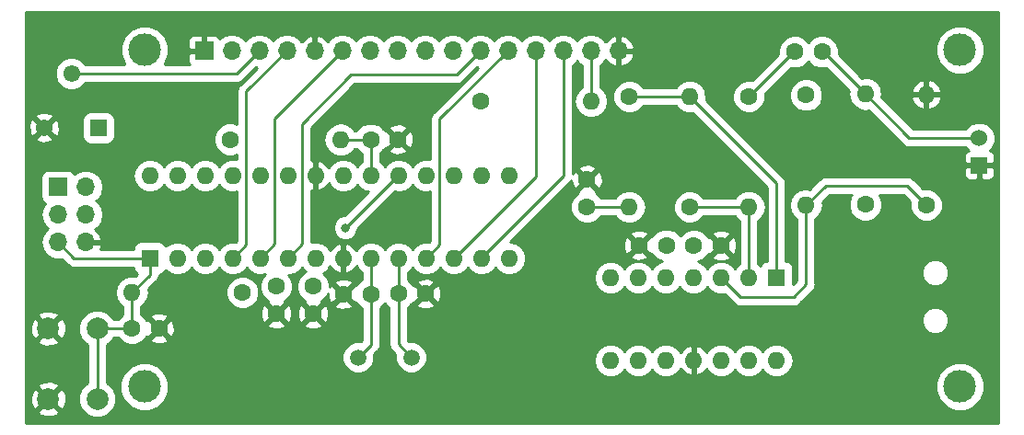
<source format=gbr>
G04 #@! TF.GenerationSoftware,KiCad,Pcbnew,(5.0.2)-1*
G04 #@! TF.CreationDate,2019-05-19T15:52:53+03:00*
G04 #@! TF.ProjectId,Skanas_frekvences_noteiksana,536b616e-6173-45f6-9672-656b76656e63,rev?*
G04 #@! TF.SameCoordinates,Original*
G04 #@! TF.FileFunction,Copper,L2,Bot*
G04 #@! TF.FilePolarity,Positive*
%FSLAX46Y46*%
G04 Gerber Fmt 4.6, Leading zero omitted, Abs format (unit mm)*
G04 Created by KiCad (PCBNEW (5.0.2)-1) date 5/19/2019 15:52:53*
%MOMM*%
%LPD*%
G01*
G04 APERTURE LIST*
G04 #@! TA.AperFunction,ComponentPad*
%ADD10O,1.600000X1.600000*%
G04 #@! TD*
G04 #@! TA.AperFunction,ComponentPad*
%ADD11C,1.600000*%
G04 #@! TD*
G04 #@! TA.AperFunction,ComponentPad*
%ADD12C,1.524000*%
G04 #@! TD*
G04 #@! TA.AperFunction,ComponentPad*
%ADD13R,1.524000X1.524000*%
G04 #@! TD*
G04 #@! TA.AperFunction,ComponentPad*
%ADD14C,1.550000*%
G04 #@! TD*
G04 #@! TA.AperFunction,ComponentPad*
%ADD15R,1.550000X1.550000*%
G04 #@! TD*
G04 #@! TA.AperFunction,ComponentPad*
%ADD16C,2.000000*%
G04 #@! TD*
G04 #@! TA.AperFunction,ComponentPad*
%ADD17O,1.700000X1.700000*%
G04 #@! TD*
G04 #@! TA.AperFunction,ComponentPad*
%ADD18R,1.700000X1.700000*%
G04 #@! TD*
G04 #@! TA.AperFunction,ComponentPad*
%ADD19R,1.600000X1.600000*%
G04 #@! TD*
G04 #@! TA.AperFunction,ComponentPad*
%ADD20C,1.500000*%
G04 #@! TD*
G04 #@! TA.AperFunction,ComponentPad*
%ADD21C,3.000000*%
G04 #@! TD*
G04 #@! TA.AperFunction,ViaPad*
%ADD22C,0.800000*%
G04 #@! TD*
G04 #@! TA.AperFunction,Conductor*
%ADD23C,0.250000*%
G04 #@! TD*
G04 #@! TA.AperFunction,Conductor*
%ADD24C,0.254000*%
G04 #@! TD*
G04 APERTURE END LIST*
D10*
G04 #@! TO.P,R3,2*
G04 #@! TO.N,Net-(R3-Pad2)*
X201551540Y-82643980D03*
D11*
G04 #@! TO.P,R3,1*
G04 #@! TO.N,VCC*
X201551540Y-72483980D03*
G04 #@! TD*
G04 #@! TO.P,R5,1*
G04 #@! TO.N,Net-(R2-Pad2)*
X190832740Y-82796380D03*
D10*
G04 #@! TO.P,R5,2*
G04 #@! TO.N,Net-(R5-Pad2)*
X190832740Y-72636380D03*
G04 #@! TD*
D12*
G04 #@! TO.P,MK1,2*
G04 #@! TO.N,Net-(C1-Pad2)*
X217450920Y-76448600D03*
D13*
G04 #@! TO.P,MK1,1*
G04 #@! TO.N,Earth*
X217450920Y-78948600D03*
G04 #@! TD*
D14*
G04 #@! TO.P,RV1,3*
G04 #@! TO.N,Earth*
X131497700Y-75487540D03*
D15*
G04 #@! TO.P,RV1,1*
G04 #@! TO.N,VCC*
X136497700Y-75487540D03*
D14*
G04 #@! TO.P,RV1,2*
G04 #@! TO.N,Net-(J3-Pad3)*
X133997700Y-70487540D03*
G04 #@! TD*
D16*
G04 #@! TO.P,SW1,2*
G04 #@! TO.N,Earth*
X131867520Y-93967300D03*
G04 #@! TO.P,SW1,1*
G04 #@! TO.N,RST*
X136367520Y-93967300D03*
G04 #@! TO.P,SW1,2*
G04 #@! TO.N,Earth*
X131867520Y-100467300D03*
G04 #@! TO.P,SW1,1*
G04 #@! TO.N,RST*
X136367520Y-100467300D03*
G04 #@! TD*
D17*
G04 #@! TO.P,J2,6*
G04 #@! TO.N,Earth*
X135313420Y-86032340D03*
G04 #@! TO.P,J2,5*
G04 #@! TO.N,RST*
X132773420Y-86032340D03*
G04 #@! TO.P,J2,4*
G04 #@! TO.N,Net-(J2-Pad4)*
X135313420Y-83492340D03*
G04 #@! TO.P,J2,3*
G04 #@! TO.N,Net-(J2-Pad3)*
X132773420Y-83492340D03*
G04 #@! TO.P,J2,2*
G04 #@! TO.N,VCC*
X135313420Y-80952340D03*
D18*
G04 #@! TO.P,J2,1*
G04 #@! TO.N,Net-(J2-Pad1)*
X132773420Y-80952340D03*
G04 #@! TD*
D10*
G04 #@! TO.P,R6,2*
G04 #@! TO.N,Net-(C6-Pad1)*
X185290460Y-82776060D03*
D11*
G04 #@! TO.P,R6,1*
G04 #@! TO.N,Net-(R5-Pad2)*
X185290460Y-72616060D03*
G04 #@! TD*
G04 #@! TO.P,C6,1*
G04 #@! TO.N,Net-(C6-Pad1)*
X181401720Y-82783680D03*
G04 #@! TO.P,C6,2*
G04 #@! TO.N,Earth*
X181401720Y-80283680D03*
G04 #@! TD*
D10*
G04 #@! TO.P,U2,28*
G04 #@! TO.N,Net-(U2-Pad28)*
X141198600Y-79870300D03*
G04 #@! TO.P,U2,14*
G04 #@! TO.N,Net-(U2-Pad14)*
X174218600Y-87490300D03*
G04 #@! TO.P,U2,27*
G04 #@! TO.N,Net-(U2-Pad27)*
X143738600Y-79870300D03*
G04 #@! TO.P,U2,13*
G04 #@! TO.N,Net-(J3-Pad14)*
X171678600Y-87490300D03*
G04 #@! TO.P,U2,26*
G04 #@! TO.N,Net-(U2-Pad26)*
X146278600Y-79870300D03*
G04 #@! TO.P,U2,12*
G04 #@! TO.N,Net-(J3-Pad13)*
X169138600Y-87490300D03*
G04 #@! TO.P,U2,25*
G04 #@! TO.N,Net-(U2-Pad25)*
X148818600Y-79870300D03*
G04 #@! TO.P,U2,11*
G04 #@! TO.N,Net-(J3-Pad12)*
X166598600Y-87490300D03*
G04 #@! TO.P,U2,24*
G04 #@! TO.N,Net-(U2-Pad24)*
X151358600Y-79870300D03*
G04 #@! TO.P,U2,10*
G04 #@! TO.N,Net-(C7-Pad2)*
X164058600Y-87490300D03*
G04 #@! TO.P,U2,23*
G04 #@! TO.N,Net-(C6-Pad1)*
X153898600Y-79870300D03*
G04 #@! TO.P,U2,9*
G04 #@! TO.N,Net-(C5-Pad2)*
X161518600Y-87490300D03*
G04 #@! TO.P,U2,22*
G04 #@! TO.N,Earth*
X156438600Y-79870300D03*
G04 #@! TO.P,U2,8*
X158978600Y-87490300D03*
G04 #@! TO.P,U2,21*
G04 #@! TO.N,Net-(U2-Pad21)*
X158978600Y-79870300D03*
G04 #@! TO.P,U2,7*
G04 #@! TO.N,VCC*
X156438600Y-87490300D03*
G04 #@! TO.P,U2,20*
G04 #@! TO.N,Net-(C3-Pad2)*
X161518600Y-79870300D03*
G04 #@! TO.P,U2,6*
G04 #@! TO.N,Net-(J3-Pad11)*
X153898600Y-87490300D03*
G04 #@! TO.P,U2,19*
G04 #@! TO.N,Net-(J2-Pad3)*
X164058600Y-79870300D03*
G04 #@! TO.P,U2,5*
G04 #@! TO.N,Net-(J3-Pad6)*
X151358600Y-87490300D03*
G04 #@! TO.P,U2,18*
G04 #@! TO.N,Net-(J2-Pad1)*
X166598600Y-79870300D03*
G04 #@! TO.P,U2,4*
G04 #@! TO.N,Net-(J3-Pad4)*
X148818600Y-87490300D03*
G04 #@! TO.P,U2,17*
G04 #@! TO.N,Net-(J2-Pad4)*
X169138600Y-79870300D03*
G04 #@! TO.P,U2,3*
G04 #@! TO.N,Net-(U2-Pad3)*
X146278600Y-87490300D03*
G04 #@! TO.P,U2,16*
G04 #@! TO.N,Net-(U2-Pad16)*
X171678600Y-79870300D03*
G04 #@! TO.P,U2,2*
G04 #@! TO.N,Net-(U2-Pad2)*
X143738600Y-87490300D03*
G04 #@! TO.P,U2,15*
G04 #@! TO.N,Net-(U2-Pad15)*
X174218600Y-79870300D03*
D19*
G04 #@! TO.P,U2,1*
G04 #@! TO.N,RST*
X141198600Y-87490300D03*
G04 #@! TD*
D10*
G04 #@! TO.P,R2,2*
G04 #@! TO.N,Net-(R2-Pad2)*
X196281040Y-82796380D03*
D11*
G04 #@! TO.P,R2,1*
G04 #@! TO.N,Net-(C1-Pad1)*
X196281040Y-72636380D03*
G04 #@! TD*
G04 #@! TO.P,C1,2*
G04 #@! TO.N,Net-(C1-Pad2)*
X203012680Y-68498720D03*
G04 #@! TO.P,C1,1*
G04 #@! TO.N,Net-(C1-Pad1)*
X200512680Y-68498720D03*
G04 #@! TD*
G04 #@! TO.P,C8,2*
G04 #@! TO.N,RST*
X139552040Y-93964760D03*
G04 #@! TO.P,C8,1*
G04 #@! TO.N,Earth*
X142052040Y-93964760D03*
G04 #@! TD*
G04 #@! TO.P,R8,1*
G04 #@! TO.N,VCC*
X149722840Y-90647520D03*
D10*
G04 #@! TO.P,R8,2*
G04 #@! TO.N,RST*
X139562840Y-90647520D03*
G04 #@! TD*
D11*
G04 #@! TO.P,R7,1*
G04 #@! TO.N,VCC*
X171602400Y-73030080D03*
D10*
G04 #@! TO.P,R7,2*
G04 #@! TO.N,Net-(J3-Pad15)*
X181762400Y-73030080D03*
G04 #@! TD*
D11*
G04 #@! TO.P,L1,1*
G04 #@! TO.N,VCC*
X148590000Y-76560680D03*
D10*
G04 #@! TO.P,L1,2*
G04 #@! TO.N,Net-(C3-Pad2)*
X158750000Y-76560680D03*
G04 #@! TD*
D11*
G04 #@! TO.P,C3,2*
G04 #@! TO.N,Net-(C3-Pad2)*
X161523680Y-76565760D03*
G04 #@! TO.P,C3,1*
G04 #@! TO.N,Earth*
X164023680Y-76565760D03*
G04 #@! TD*
D20*
G04 #@! TO.P,Y1,1*
G04 #@! TO.N,Net-(C5-Pad2)*
X160345120Y-96626680D03*
G04 #@! TO.P,Y1,2*
G04 #@! TO.N,Net-(C7-Pad2)*
X165245120Y-96626680D03*
G04 #@! TD*
D11*
G04 #@! TO.P,C5,2*
G04 #@! TO.N,Net-(C5-Pad2)*
X161523680Y-90799920D03*
G04 #@! TO.P,C5,1*
G04 #@! TO.N,Earth*
X159023680Y-90799920D03*
G04 #@! TD*
G04 #@! TO.P,C7,1*
G04 #@! TO.N,Earth*
X166553520Y-90774520D03*
G04 #@! TO.P,C7,2*
G04 #@! TO.N,Net-(C7-Pad2)*
X164053520Y-90774520D03*
G04 #@! TD*
D17*
G04 #@! TO.P,J3,16*
G04 #@! TO.N,Earth*
X184297320Y-68402200D03*
G04 #@! TO.P,J3,15*
G04 #@! TO.N,Net-(J3-Pad15)*
X181757320Y-68402200D03*
G04 #@! TO.P,J3,14*
G04 #@! TO.N,Net-(J3-Pad14)*
X179217320Y-68402200D03*
G04 #@! TO.P,J3,13*
G04 #@! TO.N,Net-(J3-Pad13)*
X176677320Y-68402200D03*
G04 #@! TO.P,J3,12*
G04 #@! TO.N,Net-(J3-Pad12)*
X174137320Y-68402200D03*
G04 #@! TO.P,J3,11*
G04 #@! TO.N,Net-(J3-Pad11)*
X171597320Y-68402200D03*
G04 #@! TO.P,J3,10*
G04 #@! TO.N,Net-(J3-Pad10)*
X169057320Y-68402200D03*
G04 #@! TO.P,J3,9*
G04 #@! TO.N,Net-(J3-Pad9)*
X166517320Y-68402200D03*
G04 #@! TO.P,J3,8*
G04 #@! TO.N,Net-(J3-Pad8)*
X163977320Y-68402200D03*
G04 #@! TO.P,J3,7*
G04 #@! TO.N,Net-(J3-Pad7)*
X161437320Y-68402200D03*
G04 #@! TO.P,J3,6*
G04 #@! TO.N,Net-(J3-Pad6)*
X158897320Y-68402200D03*
G04 #@! TO.P,J3,5*
G04 #@! TO.N,Earth*
X156357320Y-68402200D03*
G04 #@! TO.P,J3,4*
G04 #@! TO.N,Net-(J3-Pad4)*
X153817320Y-68402200D03*
G04 #@! TO.P,J3,3*
G04 #@! TO.N,Net-(J3-Pad3)*
X151277320Y-68402200D03*
G04 #@! TO.P,J3,2*
G04 #@! TO.N,VCC*
X148737320Y-68402200D03*
D18*
G04 #@! TO.P,J3,1*
G04 #@! TO.N,Earth*
X146197320Y-68402200D03*
G04 #@! TD*
D11*
G04 #@! TO.P,C4,1*
G04 #@! TO.N,VCC*
X152847040Y-90093800D03*
G04 #@! TO.P,C4,2*
G04 #@! TO.N,Earth*
X152847040Y-92593800D03*
G04 #@! TD*
G04 #@! TO.P,C2,2*
G04 #@! TO.N,Earth*
X156215080Y-92593800D03*
G04 #@! TO.P,C2,1*
G04 #@! TO.N,VCC*
X156215080Y-90093800D03*
G04 #@! TD*
G04 #@! TO.P,R4,1*
G04 #@! TO.N,Net-(R3-Pad2)*
X212600540Y-82605880D03*
D10*
G04 #@! TO.P,R4,2*
G04 #@! TO.N,Earth*
X212600540Y-72445880D03*
G04 #@! TD*
D11*
G04 #@! TO.P,R1,1*
G04 #@! TO.N,VCC*
X206999840Y-82567780D03*
D10*
G04 #@! TO.P,R1,2*
G04 #@! TO.N,Net-(C1-Pad2)*
X206999840Y-72407780D03*
G04 #@! TD*
D21*
G04 #@! TO.P,,*
G04 #@! TO.N,*
X215696800Y-99314000D03*
G04 #@! TD*
G04 #@! TO.P,,*
G04 #@! TO.N,*
X215696800Y-68326000D03*
G04 #@! TD*
G04 #@! TO.P,,*
G04 #@! TO.N,*
X140716000Y-68326000D03*
G04 #@! TD*
G04 #@! TO.P,,*
G04 #@! TO.N,*
X140703300Y-99326700D03*
G04 #@! TD*
D11*
G04 #@! TO.P,C9,1*
G04 #@! TO.N,VCC*
X188709300Y-86309200D03*
G04 #@! TO.P,C9,2*
G04 #@! TO.N,Earth*
X186209300Y-86309200D03*
G04 #@! TD*
G04 #@! TO.P,C10,2*
G04 #@! TO.N,Earth*
X193723900Y-86321900D03*
G04 #@! TO.P,C10,1*
G04 #@! TO.N,VCC*
X191223900Y-86321900D03*
G04 #@! TD*
D19*
G04 #@! TO.P,U1,1*
G04 #@! TO.N,Net-(R5-Pad2)*
X198818500Y-89293700D03*
D10*
G04 #@! TO.P,U1,8*
G04 #@! TO.N,N/C*
X183578500Y-96913700D03*
G04 #@! TO.P,U1,2*
G04 #@! TO.N,Net-(R2-Pad2)*
X196278500Y-89293700D03*
G04 #@! TO.P,U1,9*
G04 #@! TO.N,N/C*
X186118500Y-96913700D03*
G04 #@! TO.P,U1,3*
G04 #@! TO.N,Net-(R3-Pad2)*
X193738500Y-89293700D03*
G04 #@! TO.P,U1,10*
G04 #@! TO.N,N/C*
X188658500Y-96913700D03*
G04 #@! TO.P,U1,4*
G04 #@! TO.N,VCC*
X191198500Y-89293700D03*
G04 #@! TO.P,U1,11*
G04 #@! TO.N,Earth*
X191198500Y-96913700D03*
G04 #@! TO.P,U1,5*
G04 #@! TO.N,N/C*
X188658500Y-89293700D03*
G04 #@! TO.P,U1,12*
X193738500Y-96913700D03*
G04 #@! TO.P,U1,6*
X186118500Y-89293700D03*
G04 #@! TO.P,U1,13*
X196278500Y-96913700D03*
G04 #@! TO.P,U1,7*
X183578500Y-89293700D03*
G04 #@! TO.P,U1,14*
X198818500Y-96913700D03*
G04 #@! TD*
D22*
G04 #@! TO.N,Earth*
X207688180Y-89402920D03*
G04 #@! TO.N,Net-(J2-Pad3)*
X159184340Y-84709000D03*
G04 #@! TD*
D23*
G04 #@! TO.N,Net-(C1-Pad2)*
X207037940Y-72483980D02*
X207037940Y-72496680D01*
X203090780Y-68498720D02*
X203012680Y-68498720D01*
X206999840Y-72407780D02*
X203090780Y-68498720D01*
X211040660Y-76448600D02*
X217450920Y-76448600D01*
X206999840Y-72407780D02*
X211040660Y-76448600D01*
G04 #@! TO.N,Net-(C1-Pad1)*
X200418700Y-68498720D02*
X200512680Y-68498720D01*
X196281040Y-72636380D02*
X200418700Y-68498720D01*
G04 #@! TO.N,Net-(C3-Pad2)*
X161533200Y-79855700D02*
X161518600Y-79870300D01*
X161518600Y-76570840D02*
X161523680Y-76565760D01*
X161518600Y-79870300D02*
X161518600Y-76570840D01*
X158755080Y-76565760D02*
X158750000Y-76560680D01*
X161523680Y-76565760D02*
X158755080Y-76565760D01*
G04 #@! TO.N,Net-(C5-Pad2)*
X161518600Y-87490300D02*
X161518600Y-87492840D01*
X161518600Y-90794840D02*
X161523680Y-90799920D01*
X161518600Y-87490300D02*
X161518600Y-90794840D01*
X161523680Y-95448120D02*
X161523680Y-90799920D01*
X160345120Y-96626680D02*
X161523680Y-95448120D01*
G04 #@! TO.N,Net-(C6-Pad1)*
X184164170Y-82783680D02*
X181401720Y-82783680D01*
X185295540Y-82783680D02*
X184164170Y-82783680D01*
G04 #@! TO.N,Net-(C7-Pad2)*
X164058600Y-90769440D02*
X164053520Y-90774520D01*
X164058600Y-87490300D02*
X164058600Y-90769440D01*
X164053520Y-95435080D02*
X165245120Y-96626680D01*
X164053520Y-90774520D02*
X164053520Y-95435080D01*
G04 #@! TO.N,RST*
X141236700Y-87490300D02*
X141198600Y-87490300D01*
X141109700Y-87490300D02*
X141198600Y-87490300D01*
X139562840Y-93953960D02*
X139552040Y-93964760D01*
X139562840Y-90647520D02*
X139562840Y-93953960D01*
X141198600Y-89011760D02*
X139562840Y-90647520D01*
X141198600Y-87490300D02*
X141198600Y-89011760D01*
X139549500Y-93967300D02*
X139552040Y-93964760D01*
X136367520Y-95381513D02*
X136367520Y-100467300D01*
X136367520Y-93967300D02*
X136367520Y-95381513D01*
X136367520Y-93967300D02*
X139549500Y-93967300D01*
X134231380Y-87490300D02*
X141198600Y-87490300D01*
X132773420Y-86032340D02*
X134231380Y-87490300D01*
G04 #@! TO.N,Net-(J2-Pad3)*
X164023040Y-79870300D02*
X164058600Y-79870300D01*
X159184340Y-84709000D02*
X164023040Y-79870300D01*
G04 #@! TO.N,Net-(R2-Pad2)*
X190832740Y-82796380D02*
X196281040Y-82796380D01*
X196278500Y-82798920D02*
X196281040Y-82796380D01*
X196278500Y-89293700D02*
X196278500Y-82798920D01*
G04 #@! TO.N,Net-(R3-Pad2)*
X201551540Y-82643980D02*
X203377800Y-80817720D01*
X210812380Y-80817720D02*
X212600540Y-82605880D01*
X203377800Y-80817720D02*
X210812380Y-80817720D01*
X201551540Y-89913460D02*
X201551540Y-82643980D01*
X200380600Y-91084400D02*
X201551540Y-89913460D01*
X193738500Y-89293700D02*
X195529200Y-91084400D01*
X195529200Y-91084400D02*
X200380600Y-91084400D01*
G04 #@! TO.N,Net-(R5-Pad2)*
X185295540Y-72623680D02*
X190820040Y-72623680D01*
X198818500Y-80622140D02*
X198818500Y-81394300D01*
X190832740Y-72636380D02*
X198818500Y-80622140D01*
X198818500Y-89293700D02*
X198818500Y-81394300D01*
G04 #@! TO.N,Net-(J3-Pad15)*
X181757320Y-73025000D02*
X181762400Y-73030080D01*
X181757320Y-68402200D02*
X181757320Y-73025000D01*
G04 #@! TO.N,Net-(J3-Pad3)*
X150427321Y-69252199D02*
X151277320Y-68402200D01*
X149191980Y-70487540D02*
X151277320Y-68402200D01*
X133997700Y-70487540D02*
X149191980Y-70487540D01*
G04 #@! TO.N,Net-(J3-Pad4)*
X150063200Y-72156320D02*
X153817320Y-68402200D01*
X148818600Y-87490300D02*
X150063200Y-86245700D01*
X150063200Y-86245700D02*
X150063200Y-72156320D01*
G04 #@! TO.N,Net-(J3-Pad6)*
X151358600Y-87490300D02*
X152641300Y-86207600D01*
X152641300Y-86207600D02*
X152641300Y-74658220D01*
X152641300Y-74658220D02*
X158897320Y-68402200D01*
G04 #@! TO.N,Net-(J3-Pad11)*
X155181300Y-75133200D02*
X159715200Y-70599300D01*
X153898600Y-87490300D02*
X155181300Y-86207600D01*
X155181300Y-86207600D02*
X155181300Y-75133200D01*
X159715200Y-70599300D02*
X169400220Y-70599300D01*
X169400220Y-70599300D02*
X171597320Y-68402200D01*
G04 #@! TO.N,Net-(J3-Pad12)*
X167843200Y-86245700D02*
X166598600Y-87490300D01*
X174137320Y-68402200D02*
X167843200Y-74696320D01*
X167843200Y-74696320D02*
X167843200Y-86245700D01*
G04 #@! TO.N,Net-(J3-Pad13)*
X176677320Y-79951580D02*
X176677320Y-68402200D01*
X169138600Y-87490300D02*
X176677320Y-79951580D01*
G04 #@! TO.N,Net-(J3-Pad14)*
X179217320Y-79913480D02*
X179217320Y-68402200D01*
X171678600Y-87490300D02*
X171678600Y-87452200D01*
X171678600Y-87452200D02*
X179217320Y-79913480D01*
G04 #@! TD*
D24*
G04 #@! TO.N,Earth*
G36*
X219198000Y-102698000D02*
X129802000Y-102698000D01*
X129802000Y-101619832D01*
X130894593Y-101619832D01*
X130993256Y-101886687D01*
X131602981Y-102113208D01*
X132252980Y-102089156D01*
X132741784Y-101886687D01*
X132840447Y-101619832D01*
X131867520Y-100646905D01*
X130894593Y-101619832D01*
X129802000Y-101619832D01*
X129802000Y-100202761D01*
X130221612Y-100202761D01*
X130245664Y-100852760D01*
X130448133Y-101341564D01*
X130714988Y-101440227D01*
X131687915Y-100467300D01*
X132047125Y-100467300D01*
X133020052Y-101440227D01*
X133286907Y-101341564D01*
X133513428Y-100731839D01*
X133489376Y-100081840D01*
X133286907Y-99593036D01*
X133020052Y-99494373D01*
X132047125Y-100467300D01*
X131687915Y-100467300D01*
X130714988Y-99494373D01*
X130448133Y-99593036D01*
X130221612Y-100202761D01*
X129802000Y-100202761D01*
X129802000Y-99314768D01*
X130894593Y-99314768D01*
X131867520Y-100287695D01*
X132840447Y-99314768D01*
X132741784Y-99047913D01*
X132132059Y-98821392D01*
X131482060Y-98845444D01*
X130993256Y-99047913D01*
X130894593Y-99314768D01*
X129802000Y-99314768D01*
X129802000Y-95119832D01*
X130894593Y-95119832D01*
X130993256Y-95386687D01*
X131602981Y-95613208D01*
X132252980Y-95589156D01*
X132741784Y-95386687D01*
X132840447Y-95119832D01*
X131867520Y-94146905D01*
X130894593Y-95119832D01*
X129802000Y-95119832D01*
X129802000Y-93702761D01*
X130221612Y-93702761D01*
X130245664Y-94352760D01*
X130448133Y-94841564D01*
X130714988Y-94940227D01*
X131687915Y-93967300D01*
X132047125Y-93967300D01*
X133020052Y-94940227D01*
X133286907Y-94841564D01*
X133513428Y-94231839D01*
X133489376Y-93581840D01*
X133286907Y-93093036D01*
X133020052Y-92994373D01*
X132047125Y-93967300D01*
X131687915Y-93967300D01*
X130714988Y-92994373D01*
X130448133Y-93093036D01*
X130221612Y-93702761D01*
X129802000Y-93702761D01*
X129802000Y-92814768D01*
X130894593Y-92814768D01*
X131867520Y-93787695D01*
X132840447Y-92814768D01*
X132741784Y-92547913D01*
X132132059Y-92321392D01*
X131482060Y-92345444D01*
X130993256Y-92547913D01*
X130894593Y-92814768D01*
X129802000Y-92814768D01*
X129802000Y-83492340D01*
X131165525Y-83492340D01*
X131287919Y-84107655D01*
X131636467Y-84629293D01*
X131835586Y-84762340D01*
X131636467Y-84895387D01*
X131287919Y-85417025D01*
X131165525Y-86032340D01*
X131287919Y-86647655D01*
X131636467Y-87169293D01*
X132158105Y-87517841D01*
X132618101Y-87609340D01*
X132928739Y-87609340D01*
X133109546Y-87573375D01*
X133569592Y-88033421D01*
X133617123Y-88104557D01*
X133688258Y-88152088D01*
X133688259Y-88152089D01*
X133774987Y-88210039D01*
X133898946Y-88292866D01*
X134147468Y-88342300D01*
X134147472Y-88342300D01*
X134231380Y-88358990D01*
X134315288Y-88342300D01*
X139667702Y-88342300D01*
X139713782Y-88573961D01*
X139874463Y-88814437D01*
X140064221Y-88941229D01*
X139856444Y-89149006D01*
X139713233Y-89120520D01*
X139412447Y-89120520D01*
X138967034Y-89209118D01*
X138461935Y-89546615D01*
X138124438Y-90051714D01*
X138005925Y-90647520D01*
X138124438Y-91243326D01*
X138461935Y-91748425D01*
X138710840Y-91914739D01*
X138710841Y-92660383D01*
X138687064Y-92670232D01*
X138257512Y-93099784D01*
X138251085Y-93115300D01*
X137883902Y-93115300D01*
X137831600Y-92989033D01*
X137345787Y-92503220D01*
X136711042Y-92240300D01*
X136023998Y-92240300D01*
X135389253Y-92503220D01*
X134903440Y-92989033D01*
X134640520Y-93623778D01*
X134640520Y-94310822D01*
X134903440Y-94945567D01*
X135389253Y-95431380D01*
X135515520Y-95483682D01*
X135515521Y-98950918D01*
X135389253Y-99003220D01*
X134903440Y-99489033D01*
X134640520Y-100123778D01*
X134640520Y-100810822D01*
X134903440Y-101445567D01*
X135389253Y-101931380D01*
X136023998Y-102194300D01*
X136711042Y-102194300D01*
X137345787Y-101931380D01*
X137831600Y-101445567D01*
X138094520Y-100810822D01*
X138094520Y-100123778D01*
X137831600Y-99489033D01*
X137345787Y-99003220D01*
X137219520Y-98950918D01*
X137219520Y-98883722D01*
X138476300Y-98883722D01*
X138476300Y-99769678D01*
X138815340Y-100588194D01*
X139441806Y-101214660D01*
X140260322Y-101553700D01*
X141146278Y-101553700D01*
X141964794Y-101214660D01*
X142591260Y-100588194D01*
X142930300Y-99769678D01*
X142930300Y-98883722D01*
X142925040Y-98871022D01*
X213469800Y-98871022D01*
X213469800Y-99756978D01*
X213808840Y-100575494D01*
X214435306Y-101201960D01*
X215253822Y-101541000D01*
X216139778Y-101541000D01*
X216958294Y-101201960D01*
X217584760Y-100575494D01*
X217923800Y-99756978D01*
X217923800Y-98871022D01*
X217584760Y-98052506D01*
X216958294Y-97426040D01*
X216139778Y-97087000D01*
X215253822Y-97087000D01*
X214435306Y-97426040D01*
X213808840Y-98052506D01*
X213469800Y-98871022D01*
X142925040Y-98871022D01*
X142591260Y-98065206D01*
X141964794Y-97438740D01*
X141146278Y-97099700D01*
X140260322Y-97099700D01*
X139441806Y-97438740D01*
X138815340Y-98065206D01*
X138476300Y-98883722D01*
X137219520Y-98883722D01*
X137219520Y-95483682D01*
X137345787Y-95431380D01*
X137831600Y-94945567D01*
X137883902Y-94819300D01*
X138253189Y-94819300D01*
X138257512Y-94829736D01*
X138687064Y-95259288D01*
X139248301Y-95491760D01*
X139855779Y-95491760D01*
X140417016Y-95259288D01*
X140703799Y-94972505D01*
X141223901Y-94972505D01*
X141298035Y-95218624D01*
X141835263Y-95411725D01*
X142405494Y-95384538D01*
X142806045Y-95218624D01*
X142880179Y-94972505D01*
X142052040Y-94144365D01*
X141223901Y-94972505D01*
X140703799Y-94972505D01*
X140846568Y-94829736D01*
X140882067Y-94744034D01*
X141044295Y-94792899D01*
X141872435Y-93964760D01*
X142231645Y-93964760D01*
X143059785Y-94792899D01*
X143305904Y-94718765D01*
X143499005Y-94181537D01*
X143471818Y-93611306D01*
X143467775Y-93601545D01*
X152018901Y-93601545D01*
X152093035Y-93847664D01*
X152630263Y-94040765D01*
X153200494Y-94013578D01*
X153601045Y-93847664D01*
X153675179Y-93601545D01*
X155386941Y-93601545D01*
X155461075Y-93847664D01*
X155998303Y-94040765D01*
X156568534Y-94013578D01*
X156969085Y-93847664D01*
X157043219Y-93601545D01*
X156215080Y-92773405D01*
X155386941Y-93601545D01*
X153675179Y-93601545D01*
X152847040Y-92773405D01*
X152018901Y-93601545D01*
X143467775Y-93601545D01*
X143305904Y-93210755D01*
X143059785Y-93136621D01*
X142231645Y-93964760D01*
X141872435Y-93964760D01*
X141044295Y-93136621D01*
X140882067Y-93185486D01*
X140846568Y-93099784D01*
X140703799Y-92957015D01*
X141223901Y-92957015D01*
X142052040Y-93785155D01*
X142880179Y-92957015D01*
X142806045Y-92710896D01*
X142268817Y-92517795D01*
X141698586Y-92544982D01*
X141298035Y-92710896D01*
X141223901Y-92957015D01*
X140703799Y-92957015D01*
X140417016Y-92670232D01*
X140414840Y-92669331D01*
X140414840Y-92377023D01*
X151400075Y-92377023D01*
X151427262Y-92947254D01*
X151593176Y-93347805D01*
X151839295Y-93421939D01*
X152667435Y-92593800D01*
X153026645Y-92593800D01*
X153854785Y-93421939D01*
X154100904Y-93347805D01*
X154294005Y-92810577D01*
X154273335Y-92377023D01*
X154768115Y-92377023D01*
X154795302Y-92947254D01*
X154961216Y-93347805D01*
X155207335Y-93421939D01*
X156035475Y-92593800D01*
X156394685Y-92593800D01*
X157222825Y-93421939D01*
X157468944Y-93347805D01*
X157662045Y-92810577D01*
X157634858Y-92240346D01*
X157468944Y-91839795D01*
X157362275Y-91807665D01*
X158195541Y-91807665D01*
X158269675Y-92053784D01*
X158806903Y-92246885D01*
X159377134Y-92219698D01*
X159777685Y-92053784D01*
X159851819Y-91807665D01*
X159023680Y-90979525D01*
X158195541Y-91807665D01*
X157362275Y-91807665D01*
X157222825Y-91765661D01*
X156394685Y-92593800D01*
X156035475Y-92593800D01*
X155207335Y-91765661D01*
X154961216Y-91839795D01*
X154768115Y-92377023D01*
X154273335Y-92377023D01*
X154266818Y-92240346D01*
X154100904Y-91839795D01*
X153854785Y-91765661D01*
X153026645Y-92593800D01*
X152667435Y-92593800D01*
X151839295Y-91765661D01*
X151593176Y-91839795D01*
X151400075Y-92377023D01*
X140414840Y-92377023D01*
X140414840Y-91914738D01*
X140663745Y-91748425D01*
X141001242Y-91243326D01*
X141119755Y-90647520D01*
X141061354Y-90353916D01*
X141071488Y-90343781D01*
X148195840Y-90343781D01*
X148195840Y-90951259D01*
X148428312Y-91512496D01*
X148857864Y-91942048D01*
X149419101Y-92174520D01*
X150026579Y-92174520D01*
X150587816Y-91942048D01*
X151017368Y-91512496D01*
X151249840Y-90951259D01*
X151249840Y-90343781D01*
X151017368Y-89782544D01*
X150587816Y-89352992D01*
X150026579Y-89120520D01*
X149419101Y-89120520D01*
X148857864Y-89352992D01*
X148428312Y-89782544D01*
X148195840Y-90343781D01*
X141071488Y-90343781D01*
X141741721Y-89673548D01*
X141812857Y-89626017D01*
X141866286Y-89546056D01*
X142001166Y-89344194D01*
X142019570Y-89251671D01*
X142050600Y-89095672D01*
X142050600Y-89095668D01*
X142066023Y-89018131D01*
X142282261Y-88975118D01*
X142522737Y-88814437D01*
X142661340Y-88607004D01*
X143142794Y-88928702D01*
X143588207Y-89017300D01*
X143888993Y-89017300D01*
X144334406Y-88928702D01*
X144839505Y-88591205D01*
X145008600Y-88338137D01*
X145177695Y-88591205D01*
X145682794Y-88928702D01*
X146128207Y-89017300D01*
X146428993Y-89017300D01*
X146874406Y-88928702D01*
X147379505Y-88591205D01*
X147548600Y-88338137D01*
X147717695Y-88591205D01*
X148222794Y-88928702D01*
X148668207Y-89017300D01*
X148968993Y-89017300D01*
X149414406Y-88928702D01*
X149919505Y-88591205D01*
X150088600Y-88338137D01*
X150257695Y-88591205D01*
X150762794Y-88928702D01*
X151208207Y-89017300D01*
X151508993Y-89017300D01*
X151827364Y-88953972D01*
X151552512Y-89228824D01*
X151320040Y-89790061D01*
X151320040Y-90397539D01*
X151552512Y-90958776D01*
X151982064Y-91388328D01*
X152067766Y-91423827D01*
X152018901Y-91586055D01*
X152847040Y-92414195D01*
X153675179Y-91586055D01*
X153626314Y-91423827D01*
X153712016Y-91388328D01*
X154141568Y-90958776D01*
X154374040Y-90397539D01*
X154374040Y-89790061D01*
X154141568Y-89228824D01*
X153930044Y-89017300D01*
X154048993Y-89017300D01*
X154494406Y-88928702D01*
X154999505Y-88591205D01*
X155168600Y-88338137D01*
X155337695Y-88591205D01*
X155534672Y-88722821D01*
X155350104Y-88799272D01*
X154920552Y-89228824D01*
X154688080Y-89790061D01*
X154688080Y-90397539D01*
X154920552Y-90958776D01*
X155350104Y-91388328D01*
X155435806Y-91423827D01*
X155386941Y-91586055D01*
X156215080Y-92414195D01*
X157043219Y-91586055D01*
X156994354Y-91423827D01*
X157080056Y-91388328D01*
X157509608Y-90958776D01*
X157585849Y-90774715D01*
X157603902Y-91153374D01*
X157769816Y-91553925D01*
X158015935Y-91628059D01*
X158844075Y-90799920D01*
X158015935Y-89971781D01*
X157769816Y-90045915D01*
X157742080Y-90123080D01*
X157742080Y-89792175D01*
X158195541Y-89792175D01*
X159023680Y-90620315D01*
X159851819Y-89792175D01*
X159777685Y-89546056D01*
X159240457Y-89352955D01*
X158670226Y-89380142D01*
X158269675Y-89546056D01*
X158195541Y-89792175D01*
X157742080Y-89792175D01*
X157742080Y-89790061D01*
X157509608Y-89228824D01*
X157139359Y-88858575D01*
X157539505Y-88591205D01*
X157775425Y-88238127D01*
X157826211Y-88345434D01*
X158241177Y-88721341D01*
X158629561Y-88882204D01*
X158851600Y-88760215D01*
X158851600Y-87617300D01*
X158831600Y-87617300D01*
X158831600Y-87363300D01*
X158851600Y-87363300D01*
X158851600Y-86220385D01*
X158629561Y-86098396D01*
X158241177Y-86259259D01*
X157826211Y-86635166D01*
X157775425Y-86742473D01*
X157539505Y-86389395D01*
X157034406Y-86051898D01*
X156588993Y-85963300D01*
X156288207Y-85963300D01*
X156033300Y-86014004D01*
X156033300Y-81238902D01*
X156089561Y-81262204D01*
X156311600Y-81140215D01*
X156311600Y-79997300D01*
X156291600Y-79997300D01*
X156291600Y-79743300D01*
X156311600Y-79743300D01*
X156311600Y-78600385D01*
X156089561Y-78478396D01*
X156033300Y-78501698D01*
X156033300Y-75486109D01*
X160068110Y-71451300D01*
X169316312Y-71451300D01*
X169400220Y-71467990D01*
X169484128Y-71451300D01*
X169484132Y-71451300D01*
X169732654Y-71401866D01*
X170014477Y-71213557D01*
X170062010Y-71142419D01*
X171261194Y-69943235D01*
X171369777Y-69964834D01*
X167300081Y-74034530D01*
X167228943Y-74082063D01*
X167040634Y-74363887D01*
X166991200Y-74612409D01*
X166991200Y-74612412D01*
X166974510Y-74696320D01*
X166991200Y-74780228D01*
X166991200Y-78391478D01*
X166748993Y-78343300D01*
X166448207Y-78343300D01*
X166002794Y-78431898D01*
X165497695Y-78769395D01*
X165328600Y-79022463D01*
X165159505Y-78769395D01*
X164654406Y-78431898D01*
X164208993Y-78343300D01*
X163908207Y-78343300D01*
X163462794Y-78431898D01*
X162957695Y-78769395D01*
X162788600Y-79022463D01*
X162619505Y-78769395D01*
X162370600Y-78603082D01*
X162370600Y-77867767D01*
X162388656Y-77860288D01*
X162675439Y-77573505D01*
X163195541Y-77573505D01*
X163269675Y-77819624D01*
X163806903Y-78012725D01*
X164377134Y-77985538D01*
X164777685Y-77819624D01*
X164851819Y-77573505D01*
X164023680Y-76745365D01*
X163195541Y-77573505D01*
X162675439Y-77573505D01*
X162818208Y-77430736D01*
X162853707Y-77345034D01*
X163015935Y-77393899D01*
X163844075Y-76565760D01*
X164203285Y-76565760D01*
X165031425Y-77393899D01*
X165277544Y-77319765D01*
X165470645Y-76782537D01*
X165443458Y-76212306D01*
X165277544Y-75811755D01*
X165031425Y-75737621D01*
X164203285Y-76565760D01*
X163844075Y-76565760D01*
X163015935Y-75737621D01*
X162853707Y-75786486D01*
X162818208Y-75700784D01*
X162675439Y-75558015D01*
X163195541Y-75558015D01*
X164023680Y-76386155D01*
X164851819Y-75558015D01*
X164777685Y-75311896D01*
X164240457Y-75118795D01*
X163670226Y-75145982D01*
X163269675Y-75311896D01*
X163195541Y-75558015D01*
X162675439Y-75558015D01*
X162388656Y-75271232D01*
X161827419Y-75038760D01*
X161219941Y-75038760D01*
X160658704Y-75271232D01*
X160229152Y-75700784D01*
X160223777Y-75713760D01*
X160020613Y-75713760D01*
X159850905Y-75459775D01*
X159345806Y-75122278D01*
X158900393Y-75033680D01*
X158599607Y-75033680D01*
X158154194Y-75122278D01*
X157649095Y-75459775D01*
X157311598Y-75964874D01*
X157193085Y-76560680D01*
X157311598Y-77156486D01*
X157649095Y-77661585D01*
X158154194Y-77999082D01*
X158599607Y-78087680D01*
X158900393Y-78087680D01*
X159345806Y-77999082D01*
X159850905Y-77661585D01*
X160013824Y-77417760D01*
X160223777Y-77417760D01*
X160229152Y-77430736D01*
X160658704Y-77860288D01*
X160666601Y-77863559D01*
X160666600Y-78603081D01*
X160417695Y-78769395D01*
X160248600Y-79022463D01*
X160079505Y-78769395D01*
X159574406Y-78431898D01*
X159128993Y-78343300D01*
X158828207Y-78343300D01*
X158382794Y-78431898D01*
X157877695Y-78769395D01*
X157641775Y-79122473D01*
X157590989Y-79015166D01*
X157176023Y-78639259D01*
X156787639Y-78478396D01*
X156565600Y-78600385D01*
X156565600Y-79743300D01*
X156585600Y-79743300D01*
X156585600Y-79997300D01*
X156565600Y-79997300D01*
X156565600Y-81140215D01*
X156787639Y-81262204D01*
X157176023Y-81101341D01*
X157590989Y-80725434D01*
X157641775Y-80618127D01*
X157877695Y-80971205D01*
X158382794Y-81308702D01*
X158828207Y-81397300D01*
X159128993Y-81397300D01*
X159574406Y-81308702D01*
X160079505Y-80971205D01*
X160248600Y-80718137D01*
X160417695Y-80971205D01*
X160922794Y-81308702D01*
X161303918Y-81384512D01*
X159106431Y-83582000D01*
X158960166Y-83582000D01*
X158545946Y-83753576D01*
X158228916Y-84070606D01*
X158057340Y-84484826D01*
X158057340Y-84933174D01*
X158228916Y-85347394D01*
X158545946Y-85664424D01*
X158960166Y-85836000D01*
X159408514Y-85836000D01*
X159822734Y-85664424D01*
X160139764Y-85347394D01*
X160311340Y-84933174D01*
X160311340Y-84786909D01*
X163735336Y-81362914D01*
X163908207Y-81397300D01*
X164208993Y-81397300D01*
X164654406Y-81308702D01*
X165159505Y-80971205D01*
X165328600Y-80718137D01*
X165497695Y-80971205D01*
X166002794Y-81308702D01*
X166448207Y-81397300D01*
X166748993Y-81397300D01*
X166991201Y-81349122D01*
X166991201Y-85892789D01*
X166892204Y-85991786D01*
X166748993Y-85963300D01*
X166448207Y-85963300D01*
X166002794Y-86051898D01*
X165497695Y-86389395D01*
X165328600Y-86642463D01*
X165159505Y-86389395D01*
X164654406Y-86051898D01*
X164208993Y-85963300D01*
X163908207Y-85963300D01*
X163462794Y-86051898D01*
X162957695Y-86389395D01*
X162788600Y-86642463D01*
X162619505Y-86389395D01*
X162114406Y-86051898D01*
X161668993Y-85963300D01*
X161368207Y-85963300D01*
X160922794Y-86051898D01*
X160417695Y-86389395D01*
X160181775Y-86742473D01*
X160130989Y-86635166D01*
X159716023Y-86259259D01*
X159327639Y-86098396D01*
X159105600Y-86220385D01*
X159105600Y-87363300D01*
X159125600Y-87363300D01*
X159125600Y-87617300D01*
X159105600Y-87617300D01*
X159105600Y-88760215D01*
X159327639Y-88882204D01*
X159716023Y-88721341D01*
X160130989Y-88345434D01*
X160181775Y-88238127D01*
X160417695Y-88591205D01*
X160666600Y-88757519D01*
X160666601Y-89502121D01*
X160658704Y-89505392D01*
X160229152Y-89934944D01*
X160193653Y-90020646D01*
X160031425Y-89971781D01*
X159203285Y-90799920D01*
X160031425Y-91628059D01*
X160193653Y-91579194D01*
X160229152Y-91664896D01*
X160658704Y-92094448D01*
X160671681Y-92099823D01*
X160671680Y-95095210D01*
X160617210Y-95149680D01*
X160051326Y-95149680D01*
X159508467Y-95374540D01*
X159092980Y-95790027D01*
X158868120Y-96332886D01*
X158868120Y-96920474D01*
X159092980Y-97463333D01*
X159508467Y-97878820D01*
X160051326Y-98103680D01*
X160638914Y-98103680D01*
X161181773Y-97878820D01*
X161597260Y-97463333D01*
X161822120Y-96920474D01*
X161822120Y-96354590D01*
X162066802Y-96109908D01*
X162137937Y-96062377D01*
X162185468Y-95991242D01*
X162185470Y-95991240D01*
X162326246Y-95780554D01*
X162364317Y-95589156D01*
X162375680Y-95532032D01*
X162375680Y-95532028D01*
X162392370Y-95448120D01*
X162375680Y-95364212D01*
X162375680Y-92099823D01*
X162388656Y-92094448D01*
X162801300Y-91681804D01*
X163188544Y-92069048D01*
X163201520Y-92074423D01*
X163201521Y-95351168D01*
X163184830Y-95435080D01*
X163250954Y-95767513D01*
X163391731Y-95978200D01*
X163391733Y-95978202D01*
X163439264Y-96049337D01*
X163510399Y-96096868D01*
X163768120Y-96354589D01*
X163768120Y-96920474D01*
X163992980Y-97463333D01*
X164408467Y-97878820D01*
X164951326Y-98103680D01*
X165538914Y-98103680D01*
X166081773Y-97878820D01*
X166497260Y-97463333D01*
X166722120Y-96920474D01*
X166722120Y-96913700D01*
X182021585Y-96913700D01*
X182140098Y-97509506D01*
X182477595Y-98014605D01*
X182982694Y-98352102D01*
X183428107Y-98440700D01*
X183728893Y-98440700D01*
X184174306Y-98352102D01*
X184679405Y-98014605D01*
X184848500Y-97761537D01*
X185017595Y-98014605D01*
X185522694Y-98352102D01*
X185968107Y-98440700D01*
X186268893Y-98440700D01*
X186714306Y-98352102D01*
X187219405Y-98014605D01*
X187388500Y-97761537D01*
X187557595Y-98014605D01*
X188062694Y-98352102D01*
X188508107Y-98440700D01*
X188808893Y-98440700D01*
X189254306Y-98352102D01*
X189759405Y-98014605D01*
X189995325Y-97661527D01*
X190046111Y-97768834D01*
X190461077Y-98144741D01*
X190849461Y-98305604D01*
X191071500Y-98183615D01*
X191071500Y-97040700D01*
X191051500Y-97040700D01*
X191051500Y-96786700D01*
X191071500Y-96786700D01*
X191071500Y-95643785D01*
X191325500Y-95643785D01*
X191325500Y-96786700D01*
X191345500Y-96786700D01*
X191345500Y-97040700D01*
X191325500Y-97040700D01*
X191325500Y-98183615D01*
X191547539Y-98305604D01*
X191935923Y-98144741D01*
X192350889Y-97768834D01*
X192401675Y-97661527D01*
X192637595Y-98014605D01*
X193142694Y-98352102D01*
X193588107Y-98440700D01*
X193888893Y-98440700D01*
X194334306Y-98352102D01*
X194839405Y-98014605D01*
X195008500Y-97761537D01*
X195177595Y-98014605D01*
X195682694Y-98352102D01*
X196128107Y-98440700D01*
X196428893Y-98440700D01*
X196874306Y-98352102D01*
X197379405Y-98014605D01*
X197548500Y-97761537D01*
X197717595Y-98014605D01*
X198222694Y-98352102D01*
X198668107Y-98440700D01*
X198968893Y-98440700D01*
X199414306Y-98352102D01*
X199919405Y-98014605D01*
X200256902Y-97509506D01*
X200375415Y-96913700D01*
X200256902Y-96317894D01*
X199919405Y-95812795D01*
X199414306Y-95475298D01*
X198968893Y-95386700D01*
X198668107Y-95386700D01*
X198222694Y-95475298D01*
X197717595Y-95812795D01*
X197548500Y-96065863D01*
X197379405Y-95812795D01*
X196874306Y-95475298D01*
X196428893Y-95386700D01*
X196128107Y-95386700D01*
X195682694Y-95475298D01*
X195177595Y-95812795D01*
X195008500Y-96065863D01*
X194839405Y-95812795D01*
X194334306Y-95475298D01*
X193888893Y-95386700D01*
X193588107Y-95386700D01*
X193142694Y-95475298D01*
X192637595Y-95812795D01*
X192401675Y-96165873D01*
X192350889Y-96058566D01*
X191935923Y-95682659D01*
X191547539Y-95521796D01*
X191325500Y-95643785D01*
X191071500Y-95643785D01*
X190849461Y-95521796D01*
X190461077Y-95682659D01*
X190046111Y-96058566D01*
X189995325Y-96165873D01*
X189759405Y-95812795D01*
X189254306Y-95475298D01*
X188808893Y-95386700D01*
X188508107Y-95386700D01*
X188062694Y-95475298D01*
X187557595Y-95812795D01*
X187388500Y-96065863D01*
X187219405Y-95812795D01*
X186714306Y-95475298D01*
X186268893Y-95386700D01*
X185968107Y-95386700D01*
X185522694Y-95475298D01*
X185017595Y-95812795D01*
X184848500Y-96065863D01*
X184679405Y-95812795D01*
X184174306Y-95475298D01*
X183728893Y-95386700D01*
X183428107Y-95386700D01*
X182982694Y-95475298D01*
X182477595Y-95812795D01*
X182140098Y-96317894D01*
X182021585Y-96913700D01*
X166722120Y-96913700D01*
X166722120Y-96332886D01*
X166497260Y-95790027D01*
X166081773Y-95374540D01*
X165538914Y-95149680D01*
X164973029Y-95149680D01*
X164905520Y-95082171D01*
X164905520Y-92974295D01*
X212181260Y-92974295D01*
X212181260Y-93462425D01*
X212368060Y-93913399D01*
X212713221Y-94258560D01*
X213164195Y-94445360D01*
X213652325Y-94445360D01*
X214103299Y-94258560D01*
X214448460Y-93913399D01*
X214635260Y-93462425D01*
X214635260Y-92974295D01*
X214448460Y-92523321D01*
X214103299Y-92178160D01*
X213652325Y-91991360D01*
X213164195Y-91991360D01*
X212713221Y-92178160D01*
X212368060Y-92523321D01*
X212181260Y-92974295D01*
X164905520Y-92974295D01*
X164905520Y-92074423D01*
X164918496Y-92069048D01*
X165205279Y-91782265D01*
X165725381Y-91782265D01*
X165799515Y-92028384D01*
X166336743Y-92221485D01*
X166906974Y-92194298D01*
X167307525Y-92028384D01*
X167381659Y-91782265D01*
X166553520Y-90954125D01*
X165725381Y-91782265D01*
X165205279Y-91782265D01*
X165348048Y-91639496D01*
X165383547Y-91553794D01*
X165545775Y-91602659D01*
X166373915Y-90774520D01*
X166733125Y-90774520D01*
X167561265Y-91602659D01*
X167807384Y-91528525D01*
X168000485Y-90991297D01*
X167973298Y-90421066D01*
X167807384Y-90020515D01*
X167561265Y-89946381D01*
X166733125Y-90774520D01*
X166373915Y-90774520D01*
X165545775Y-89946381D01*
X165383547Y-89995246D01*
X165348048Y-89909544D01*
X165205279Y-89766775D01*
X165725381Y-89766775D01*
X166553520Y-90594915D01*
X167381659Y-89766775D01*
X167307525Y-89520656D01*
X166770297Y-89327555D01*
X166200066Y-89354742D01*
X165799515Y-89520656D01*
X165725381Y-89766775D01*
X165205279Y-89766775D01*
X164918496Y-89479992D01*
X164910600Y-89476721D01*
X164910600Y-89293700D01*
X182021585Y-89293700D01*
X182140098Y-89889506D01*
X182477595Y-90394605D01*
X182982694Y-90732102D01*
X183428107Y-90820700D01*
X183728893Y-90820700D01*
X184174306Y-90732102D01*
X184679405Y-90394605D01*
X184848500Y-90141537D01*
X185017595Y-90394605D01*
X185522694Y-90732102D01*
X185968107Y-90820700D01*
X186268893Y-90820700D01*
X186714306Y-90732102D01*
X187219405Y-90394605D01*
X187388500Y-90141537D01*
X187557595Y-90394605D01*
X188062694Y-90732102D01*
X188508107Y-90820700D01*
X188808893Y-90820700D01*
X189254306Y-90732102D01*
X189759405Y-90394605D01*
X189928500Y-90141537D01*
X190097595Y-90394605D01*
X190602694Y-90732102D01*
X191048107Y-90820700D01*
X191348893Y-90820700D01*
X191794306Y-90732102D01*
X192299405Y-90394605D01*
X192468500Y-90141537D01*
X192637595Y-90394605D01*
X193142694Y-90732102D01*
X193588107Y-90820700D01*
X193888893Y-90820700D01*
X194032104Y-90792214D01*
X194867412Y-91627521D01*
X194914943Y-91698657D01*
X194986078Y-91746188D01*
X194986079Y-91746189D01*
X195078084Y-91807665D01*
X195196766Y-91886966D01*
X195445288Y-91936400D01*
X195445291Y-91936400D01*
X195529199Y-91953090D01*
X195613107Y-91936400D01*
X200296692Y-91936400D01*
X200380600Y-91953090D01*
X200464508Y-91936400D01*
X200464512Y-91936400D01*
X200713034Y-91886966D01*
X200994857Y-91698657D01*
X201042390Y-91627519D01*
X202094662Y-90575248D01*
X202165797Y-90527717D01*
X202220088Y-90446466D01*
X202354106Y-90245894D01*
X202371139Y-90160263D01*
X202403540Y-89997372D01*
X202403540Y-89997369D01*
X202420230Y-89913461D01*
X202403540Y-89829553D01*
X202403540Y-88574295D01*
X212181260Y-88574295D01*
X212181260Y-89062425D01*
X212368060Y-89513399D01*
X212713221Y-89858560D01*
X213164195Y-90045360D01*
X213652325Y-90045360D01*
X214103299Y-89858560D01*
X214448460Y-89513399D01*
X214635260Y-89062425D01*
X214635260Y-88574295D01*
X214448460Y-88123321D01*
X214103299Y-87778160D01*
X213652325Y-87591360D01*
X213164195Y-87591360D01*
X212713221Y-87778160D01*
X212368060Y-88123321D01*
X212181260Y-88574295D01*
X202403540Y-88574295D01*
X202403540Y-83911198D01*
X202652445Y-83744885D01*
X202989942Y-83239786D01*
X203108455Y-82643980D01*
X203050054Y-82350375D01*
X203730709Y-81669720D01*
X205738396Y-81669720D01*
X205705312Y-81702804D01*
X205472840Y-82264041D01*
X205472840Y-82871519D01*
X205705312Y-83432756D01*
X206134864Y-83862308D01*
X206696101Y-84094780D01*
X207303579Y-84094780D01*
X207864816Y-83862308D01*
X208294368Y-83432756D01*
X208526840Y-82871519D01*
X208526840Y-82264041D01*
X208294368Y-81702804D01*
X208261284Y-81669720D01*
X210459471Y-81669720D01*
X211078915Y-82289165D01*
X211073540Y-82302141D01*
X211073540Y-82909619D01*
X211306012Y-83470856D01*
X211735564Y-83900408D01*
X212296801Y-84132880D01*
X212904279Y-84132880D01*
X213465516Y-83900408D01*
X213895068Y-83470856D01*
X214127540Y-82909619D01*
X214127540Y-82302141D01*
X213895068Y-81740904D01*
X213465516Y-81311352D01*
X212904279Y-81078880D01*
X212296801Y-81078880D01*
X212283825Y-81084255D01*
X211474170Y-80274601D01*
X211426637Y-80203463D01*
X211144814Y-80015154D01*
X210896292Y-79965720D01*
X210896288Y-79965720D01*
X210812380Y-79949030D01*
X210728472Y-79965720D01*
X203461708Y-79965720D01*
X203377800Y-79949030D01*
X203293892Y-79965720D01*
X203293888Y-79965720D01*
X203045366Y-80015154D01*
X202763543Y-80203463D01*
X202716010Y-80274601D01*
X201845145Y-81145466D01*
X201701933Y-81116980D01*
X201401147Y-81116980D01*
X200955734Y-81205578D01*
X200450635Y-81543075D01*
X200113138Y-82048174D01*
X199994625Y-82643980D01*
X200113138Y-83239786D01*
X200450635Y-83744885D01*
X200699541Y-83911199D01*
X200699540Y-89560550D01*
X200359742Y-89900349D01*
X200359742Y-88493700D01*
X200303318Y-88210039D01*
X200142637Y-87969563D01*
X199902161Y-87808882D01*
X199670500Y-87762802D01*
X199670500Y-80706047D01*
X199687190Y-80622139D01*
X199670500Y-80538229D01*
X199670500Y-80538228D01*
X199621066Y-80289706D01*
X199553197Y-80188133D01*
X199480289Y-80079019D01*
X199480288Y-80079018D01*
X199432757Y-80007883D01*
X199361622Y-79960352D01*
X198635620Y-79234350D01*
X216053920Y-79234350D01*
X216053920Y-79836910D01*
X216150593Y-80070299D01*
X216329222Y-80248927D01*
X216562611Y-80345600D01*
X217165170Y-80345600D01*
X217323920Y-80186850D01*
X217323920Y-79075600D01*
X217577920Y-79075600D01*
X217577920Y-80186850D01*
X217736670Y-80345600D01*
X218339229Y-80345600D01*
X218572618Y-80248927D01*
X218751247Y-80070299D01*
X218847920Y-79836910D01*
X218847920Y-79234350D01*
X218689170Y-79075600D01*
X217577920Y-79075600D01*
X217323920Y-79075600D01*
X216212670Y-79075600D01*
X216053920Y-79234350D01*
X198635620Y-79234350D01*
X192331254Y-72929984D01*
X192389655Y-72636380D01*
X192329238Y-72332641D01*
X194754040Y-72332641D01*
X194754040Y-72940119D01*
X194986512Y-73501356D01*
X195416064Y-73930908D01*
X195977301Y-74163380D01*
X196584779Y-74163380D01*
X197146016Y-73930908D01*
X197575568Y-73501356D01*
X197808040Y-72940119D01*
X197808040Y-72332641D01*
X197802665Y-72319664D01*
X197942088Y-72180241D01*
X200024540Y-72180241D01*
X200024540Y-72787719D01*
X200257012Y-73348956D01*
X200686564Y-73778508D01*
X201247801Y-74010980D01*
X201855279Y-74010980D01*
X202416516Y-73778508D01*
X202846068Y-73348956D01*
X203078540Y-72787719D01*
X203078540Y-72180241D01*
X202846068Y-71619004D01*
X202416516Y-71189452D01*
X201855279Y-70956980D01*
X201247801Y-70956980D01*
X200686564Y-71189452D01*
X200257012Y-71619004D01*
X200024540Y-72180241D01*
X197942088Y-72180241D01*
X200129511Y-69992819D01*
X200208941Y-70025720D01*
X200816419Y-70025720D01*
X201377656Y-69793248D01*
X201762680Y-69408224D01*
X202147704Y-69793248D01*
X202708941Y-70025720D01*
X203316419Y-70025720D01*
X203384621Y-69997470D01*
X205501326Y-72114175D01*
X205442925Y-72407780D01*
X205561438Y-73003586D01*
X205898935Y-73508685D01*
X206404034Y-73846182D01*
X206849447Y-73934780D01*
X207150233Y-73934780D01*
X207293444Y-73906294D01*
X210378872Y-76991722D01*
X210426403Y-77062857D01*
X210708226Y-77251166D01*
X210956748Y-77300600D01*
X210956753Y-77300600D01*
X211040659Y-77317290D01*
X211124566Y-77300600D01*
X216197156Y-77300600D01*
X216481679Y-77585123D01*
X216329222Y-77648273D01*
X216150593Y-77826901D01*
X216053920Y-78060290D01*
X216053920Y-78662850D01*
X216212670Y-78821600D01*
X217323920Y-78821600D01*
X217323920Y-78801600D01*
X217577920Y-78801600D01*
X217577920Y-78821600D01*
X218689170Y-78821600D01*
X218847920Y-78662850D01*
X218847920Y-78060290D01*
X218751247Y-77826901D01*
X218572618Y-77648273D01*
X218420161Y-77585123D01*
X218713233Y-77292051D01*
X218939920Y-76744780D01*
X218939920Y-76152420D01*
X218713233Y-75605149D01*
X218294371Y-75186287D01*
X217747100Y-74959600D01*
X217154740Y-74959600D01*
X216607469Y-75186287D01*
X216197156Y-75596600D01*
X211393570Y-75596600D01*
X208591891Y-72794921D01*
X211208626Y-72794921D01*
X211448151Y-73301014D01*
X211863117Y-73676921D01*
X212251501Y-73837784D01*
X212473540Y-73715795D01*
X212473540Y-72572880D01*
X212727540Y-72572880D01*
X212727540Y-73715795D01*
X212949579Y-73837784D01*
X213337963Y-73676921D01*
X213752929Y-73301014D01*
X213992454Y-72794921D01*
X213871169Y-72572880D01*
X212727540Y-72572880D01*
X212473540Y-72572880D01*
X211329911Y-72572880D01*
X211208626Y-72794921D01*
X208591891Y-72794921D01*
X208498354Y-72701384D01*
X208556755Y-72407780D01*
X208494906Y-72096839D01*
X211208626Y-72096839D01*
X211329911Y-72318880D01*
X212473540Y-72318880D01*
X212473540Y-71175965D01*
X212727540Y-71175965D01*
X212727540Y-72318880D01*
X213871169Y-72318880D01*
X213992454Y-72096839D01*
X213752929Y-71590746D01*
X213337963Y-71214839D01*
X212949579Y-71053976D01*
X212727540Y-71175965D01*
X212473540Y-71175965D01*
X212251501Y-71053976D01*
X211863117Y-71214839D01*
X211448151Y-71590746D01*
X211208626Y-72096839D01*
X208494906Y-72096839D01*
X208438242Y-71811974D01*
X208100745Y-71306875D01*
X207595646Y-70969378D01*
X207150233Y-70880780D01*
X206849447Y-70880780D01*
X206706235Y-70909266D01*
X204539680Y-68742711D01*
X204539680Y-68194981D01*
X204410463Y-67883022D01*
X213469800Y-67883022D01*
X213469800Y-68768978D01*
X213808840Y-69587494D01*
X214435306Y-70213960D01*
X215253822Y-70553000D01*
X216139778Y-70553000D01*
X216958294Y-70213960D01*
X217584760Y-69587494D01*
X217923800Y-68768978D01*
X217923800Y-67883022D01*
X217584760Y-67064506D01*
X216958294Y-66438040D01*
X216139778Y-66099000D01*
X215253822Y-66099000D01*
X214435306Y-66438040D01*
X213808840Y-67064506D01*
X213469800Y-67883022D01*
X204410463Y-67883022D01*
X204307208Y-67633744D01*
X203877656Y-67204192D01*
X203316419Y-66971720D01*
X202708941Y-66971720D01*
X202147704Y-67204192D01*
X201762680Y-67589216D01*
X201377656Y-67204192D01*
X200816419Y-66971720D01*
X200208941Y-66971720D01*
X199647704Y-67204192D01*
X199218152Y-67633744D01*
X198985680Y-68194981D01*
X198985680Y-68726830D01*
X196597756Y-71114755D01*
X196584779Y-71109380D01*
X195977301Y-71109380D01*
X195416064Y-71341852D01*
X194986512Y-71771404D01*
X194754040Y-72332641D01*
X192329238Y-72332641D01*
X192271142Y-72040574D01*
X191933645Y-71535475D01*
X191428546Y-71197978D01*
X190983133Y-71109380D01*
X190682347Y-71109380D01*
X190236934Y-71197978D01*
X189731835Y-71535475D01*
X189574008Y-71771680D01*
X186593519Y-71771680D01*
X186584988Y-71751084D01*
X186155436Y-71321532D01*
X185594199Y-71089060D01*
X184986721Y-71089060D01*
X184425484Y-71321532D01*
X183995932Y-71751084D01*
X183763460Y-72312321D01*
X183763460Y-72919799D01*
X183995932Y-73481036D01*
X184425484Y-73910588D01*
X184986721Y-74143060D01*
X185594199Y-74143060D01*
X186155436Y-73910588D01*
X186584988Y-73481036D01*
X186587207Y-73475680D01*
X189557036Y-73475680D01*
X189731835Y-73737285D01*
X190236934Y-74074782D01*
X190682347Y-74163380D01*
X190983133Y-74163380D01*
X191126344Y-74134894D01*
X197966500Y-80975050D01*
X197966500Y-81478212D01*
X197966501Y-81478217D01*
X197966500Y-87762801D01*
X197734839Y-87808882D01*
X197494363Y-87969563D01*
X197355760Y-88176996D01*
X197130500Y-88026482D01*
X197130500Y-84065295D01*
X197381945Y-83897285D01*
X197719442Y-83392186D01*
X197837955Y-82796380D01*
X197719442Y-82200574D01*
X197381945Y-81695475D01*
X196876846Y-81357978D01*
X196431433Y-81269380D01*
X196130647Y-81269380D01*
X195685234Y-81357978D01*
X195180135Y-81695475D01*
X195013822Y-81944380D01*
X192132643Y-81944380D01*
X192127268Y-81931404D01*
X191697716Y-81501852D01*
X191136479Y-81269380D01*
X190529001Y-81269380D01*
X189967764Y-81501852D01*
X189538212Y-81931404D01*
X189305740Y-82492641D01*
X189305740Y-83100119D01*
X189538212Y-83661356D01*
X189967764Y-84090908D01*
X190529001Y-84323380D01*
X191136479Y-84323380D01*
X191697716Y-84090908D01*
X192127268Y-83661356D01*
X192132643Y-83648380D01*
X195013822Y-83648380D01*
X195180135Y-83897285D01*
X195426501Y-84061902D01*
X195426500Y-88026482D01*
X195177595Y-88192795D01*
X195008500Y-88445863D01*
X194839405Y-88192795D01*
X194334306Y-87855298D01*
X193888893Y-87766700D01*
X193588107Y-87766700D01*
X193142694Y-87855298D01*
X192637595Y-88192795D01*
X192468500Y-88445863D01*
X192299405Y-88192795D01*
X191794306Y-87855298D01*
X191603717Y-87817388D01*
X192088876Y-87616428D01*
X192375659Y-87329645D01*
X192895761Y-87329645D01*
X192969895Y-87575764D01*
X193507123Y-87768865D01*
X194077354Y-87741678D01*
X194477905Y-87575764D01*
X194552039Y-87329645D01*
X193723900Y-86501505D01*
X192895761Y-87329645D01*
X192375659Y-87329645D01*
X192518428Y-87186876D01*
X192553927Y-87101174D01*
X192716155Y-87150039D01*
X193544295Y-86321900D01*
X193903505Y-86321900D01*
X194731645Y-87150039D01*
X194977764Y-87075905D01*
X195170865Y-86538677D01*
X195143678Y-85968446D01*
X194977764Y-85567895D01*
X194731645Y-85493761D01*
X193903505Y-86321900D01*
X193544295Y-86321900D01*
X192716155Y-85493761D01*
X192553927Y-85542626D01*
X192518428Y-85456924D01*
X192375659Y-85314155D01*
X192895761Y-85314155D01*
X193723900Y-86142295D01*
X194552039Y-85314155D01*
X194477905Y-85068036D01*
X193940677Y-84874935D01*
X193370446Y-84902122D01*
X192969895Y-85068036D01*
X192895761Y-85314155D01*
X192375659Y-85314155D01*
X192088876Y-85027372D01*
X191527639Y-84794900D01*
X190920161Y-84794900D01*
X190358924Y-85027372D01*
X189972950Y-85413346D01*
X189574276Y-85014672D01*
X189013039Y-84782200D01*
X188405561Y-84782200D01*
X187844324Y-85014672D01*
X187414772Y-85444224D01*
X187379273Y-85529926D01*
X187217045Y-85481061D01*
X186388905Y-86309200D01*
X187217045Y-87137339D01*
X187379273Y-87088474D01*
X187414772Y-87174176D01*
X187844324Y-87603728D01*
X188325476Y-87803028D01*
X188062694Y-87855298D01*
X187557595Y-88192795D01*
X187388500Y-88445863D01*
X187219405Y-88192795D01*
X186714306Y-87855298D01*
X186268893Y-87766700D01*
X185968107Y-87766700D01*
X185522694Y-87855298D01*
X185017595Y-88192795D01*
X184848500Y-88445863D01*
X184679405Y-88192795D01*
X184174306Y-87855298D01*
X183728893Y-87766700D01*
X183428107Y-87766700D01*
X182982694Y-87855298D01*
X182477595Y-88192795D01*
X182140098Y-88697894D01*
X182021585Y-89293700D01*
X164910600Y-89293700D01*
X164910600Y-88757518D01*
X165159505Y-88591205D01*
X165328600Y-88338137D01*
X165497695Y-88591205D01*
X166002794Y-88928702D01*
X166448207Y-89017300D01*
X166748993Y-89017300D01*
X167194406Y-88928702D01*
X167699505Y-88591205D01*
X167868600Y-88338137D01*
X168037695Y-88591205D01*
X168542794Y-88928702D01*
X168988207Y-89017300D01*
X169288993Y-89017300D01*
X169734406Y-88928702D01*
X170239505Y-88591205D01*
X170408600Y-88338137D01*
X170577695Y-88591205D01*
X171082794Y-88928702D01*
X171528207Y-89017300D01*
X171828993Y-89017300D01*
X172274406Y-88928702D01*
X172779505Y-88591205D01*
X172948600Y-88338137D01*
X173117695Y-88591205D01*
X173622794Y-88928702D01*
X174068207Y-89017300D01*
X174368993Y-89017300D01*
X174814406Y-88928702D01*
X175319505Y-88591205D01*
X175657002Y-88086106D01*
X175775515Y-87490300D01*
X175741033Y-87316945D01*
X185381161Y-87316945D01*
X185455295Y-87563064D01*
X185992523Y-87756165D01*
X186562754Y-87728978D01*
X186963305Y-87563064D01*
X187037439Y-87316945D01*
X186209300Y-86488805D01*
X185381161Y-87316945D01*
X175741033Y-87316945D01*
X175657002Y-86894494D01*
X175319505Y-86389395D01*
X174875056Y-86092423D01*
X184762335Y-86092423D01*
X184789522Y-86662654D01*
X184955436Y-87063205D01*
X185201555Y-87137339D01*
X186029695Y-86309200D01*
X185201555Y-85481061D01*
X184955436Y-85555195D01*
X184762335Y-86092423D01*
X174875056Y-86092423D01*
X174814406Y-86051898D01*
X174371842Y-85963867D01*
X175034254Y-85301455D01*
X185381161Y-85301455D01*
X186209300Y-86129595D01*
X187037439Y-85301455D01*
X186963305Y-85055336D01*
X186426077Y-84862235D01*
X185855846Y-84889422D01*
X185455295Y-85055336D01*
X185381161Y-85301455D01*
X175034254Y-85301455D01*
X177855768Y-82479941D01*
X179874720Y-82479941D01*
X179874720Y-83087419D01*
X180107192Y-83648656D01*
X180536744Y-84078208D01*
X181097981Y-84310680D01*
X181705459Y-84310680D01*
X182266696Y-84078208D01*
X182696248Y-83648656D01*
X182701623Y-83635680D01*
X184028333Y-83635680D01*
X184189555Y-83876965D01*
X184694654Y-84214462D01*
X185140067Y-84303060D01*
X185440853Y-84303060D01*
X185886266Y-84214462D01*
X186391365Y-83876965D01*
X186728862Y-83371866D01*
X186847375Y-82776060D01*
X186728862Y-82180254D01*
X186391365Y-81675155D01*
X185886266Y-81337658D01*
X185440853Y-81249060D01*
X185140067Y-81249060D01*
X184694654Y-81337658D01*
X184189555Y-81675155D01*
X184018150Y-81931680D01*
X182701623Y-81931680D01*
X182696248Y-81918704D01*
X182266696Y-81489152D01*
X182180994Y-81453653D01*
X182229859Y-81291425D01*
X181401720Y-80463285D01*
X180573581Y-81291425D01*
X180622446Y-81453653D01*
X180536744Y-81489152D01*
X180107192Y-81918704D01*
X179874720Y-82479941D01*
X177855768Y-82479941D01*
X179760442Y-80575268D01*
X179831577Y-80527737D01*
X179967059Y-80324975D01*
X179981942Y-80637134D01*
X180147856Y-81037685D01*
X180393975Y-81111819D01*
X181222115Y-80283680D01*
X181581325Y-80283680D01*
X182409465Y-81111819D01*
X182655584Y-81037685D01*
X182848685Y-80500457D01*
X182821498Y-79930226D01*
X182655584Y-79529675D01*
X182409465Y-79455541D01*
X181581325Y-80283680D01*
X181222115Y-80283680D01*
X180393975Y-79455541D01*
X180147856Y-79529675D01*
X180069320Y-79748171D01*
X180069320Y-79275935D01*
X180573581Y-79275935D01*
X181401720Y-80104075D01*
X182229859Y-79275935D01*
X182155725Y-79029816D01*
X181618497Y-78836715D01*
X181048266Y-78863902D01*
X180647715Y-79029816D01*
X180573581Y-79275935D01*
X180069320Y-79275935D01*
X180069320Y-69729553D01*
X180354273Y-69539153D01*
X180487320Y-69340034D01*
X180620367Y-69539153D01*
X180905320Y-69729553D01*
X180905321Y-71766256D01*
X180661495Y-71929175D01*
X180323998Y-72434274D01*
X180205485Y-73030080D01*
X180323998Y-73625886D01*
X180661495Y-74130985D01*
X181166594Y-74468482D01*
X181612007Y-74557080D01*
X181912793Y-74557080D01*
X182358206Y-74468482D01*
X182863305Y-74130985D01*
X183200802Y-73625886D01*
X183319315Y-73030080D01*
X183200802Y-72434274D01*
X182863305Y-71929175D01*
X182609320Y-71759467D01*
X182609320Y-69729553D01*
X182894273Y-69539153D01*
X183086832Y-69250968D01*
X183102137Y-69283558D01*
X183530396Y-69673845D01*
X183940430Y-69843676D01*
X184170320Y-69722355D01*
X184170320Y-68529200D01*
X184424320Y-68529200D01*
X184424320Y-69722355D01*
X184654210Y-69843676D01*
X185064244Y-69673845D01*
X185492503Y-69283558D01*
X185738806Y-68759092D01*
X185618139Y-68529200D01*
X184424320Y-68529200D01*
X184170320Y-68529200D01*
X184150320Y-68529200D01*
X184150320Y-68275200D01*
X184170320Y-68275200D01*
X184170320Y-67082045D01*
X184424320Y-67082045D01*
X184424320Y-68275200D01*
X185618139Y-68275200D01*
X185738806Y-68045308D01*
X185492503Y-67520842D01*
X185064244Y-67130555D01*
X184654210Y-66960724D01*
X184424320Y-67082045D01*
X184170320Y-67082045D01*
X183940430Y-66960724D01*
X183530396Y-67130555D01*
X183102137Y-67520842D01*
X183086832Y-67553432D01*
X182894273Y-67265247D01*
X182372635Y-66916699D01*
X181912639Y-66825200D01*
X181602001Y-66825200D01*
X181142005Y-66916699D01*
X180620367Y-67265247D01*
X180487320Y-67464366D01*
X180354273Y-67265247D01*
X179832635Y-66916699D01*
X179372639Y-66825200D01*
X179062001Y-66825200D01*
X178602005Y-66916699D01*
X178080367Y-67265247D01*
X177947320Y-67464366D01*
X177814273Y-67265247D01*
X177292635Y-66916699D01*
X176832639Y-66825200D01*
X176522001Y-66825200D01*
X176062005Y-66916699D01*
X175540367Y-67265247D01*
X175407320Y-67464366D01*
X175274273Y-67265247D01*
X174752635Y-66916699D01*
X174292639Y-66825200D01*
X173982001Y-66825200D01*
X173522005Y-66916699D01*
X173000367Y-67265247D01*
X172867320Y-67464366D01*
X172734273Y-67265247D01*
X172212635Y-66916699D01*
X171752639Y-66825200D01*
X171442001Y-66825200D01*
X170982005Y-66916699D01*
X170460367Y-67265247D01*
X170327320Y-67464366D01*
X170194273Y-67265247D01*
X169672635Y-66916699D01*
X169212639Y-66825200D01*
X168902001Y-66825200D01*
X168442005Y-66916699D01*
X167920367Y-67265247D01*
X167787320Y-67464366D01*
X167654273Y-67265247D01*
X167132635Y-66916699D01*
X166672639Y-66825200D01*
X166362001Y-66825200D01*
X165902005Y-66916699D01*
X165380367Y-67265247D01*
X165247320Y-67464366D01*
X165114273Y-67265247D01*
X164592635Y-66916699D01*
X164132639Y-66825200D01*
X163822001Y-66825200D01*
X163362005Y-66916699D01*
X162840367Y-67265247D01*
X162707320Y-67464366D01*
X162574273Y-67265247D01*
X162052635Y-66916699D01*
X161592639Y-66825200D01*
X161282001Y-66825200D01*
X160822005Y-66916699D01*
X160300367Y-67265247D01*
X160167320Y-67464366D01*
X160034273Y-67265247D01*
X159512635Y-66916699D01*
X159052639Y-66825200D01*
X158742001Y-66825200D01*
X158282005Y-66916699D01*
X157760367Y-67265247D01*
X157567808Y-67553432D01*
X157552503Y-67520842D01*
X157124244Y-67130555D01*
X156714210Y-66960724D01*
X156484320Y-67082045D01*
X156484320Y-68275200D01*
X156504320Y-68275200D01*
X156504320Y-68529200D01*
X156484320Y-68529200D01*
X156484320Y-68549200D01*
X156230320Y-68549200D01*
X156230320Y-68529200D01*
X156210320Y-68529200D01*
X156210320Y-68275200D01*
X156230320Y-68275200D01*
X156230320Y-67082045D01*
X156000430Y-66960724D01*
X155590396Y-67130555D01*
X155162137Y-67520842D01*
X155146832Y-67553432D01*
X154954273Y-67265247D01*
X154432635Y-66916699D01*
X153972639Y-66825200D01*
X153662001Y-66825200D01*
X153202005Y-66916699D01*
X152680367Y-67265247D01*
X152547320Y-67464366D01*
X152414273Y-67265247D01*
X151892635Y-66916699D01*
X151432639Y-66825200D01*
X151122001Y-66825200D01*
X150662005Y-66916699D01*
X150140367Y-67265247D01*
X150007320Y-67464366D01*
X149874273Y-67265247D01*
X149352635Y-66916699D01*
X148892639Y-66825200D01*
X148582001Y-66825200D01*
X148122005Y-66916699D01*
X147612438Y-67257181D01*
X147585647Y-67192502D01*
X147407019Y-67013873D01*
X147173630Y-66917200D01*
X146483070Y-66917200D01*
X146324320Y-67075950D01*
X146324320Y-68275200D01*
X146344320Y-68275200D01*
X146344320Y-68529200D01*
X146324320Y-68529200D01*
X146324320Y-68549200D01*
X146070320Y-68549200D01*
X146070320Y-68529200D01*
X144871070Y-68529200D01*
X144712320Y-68687950D01*
X144712320Y-69378509D01*
X144808993Y-69611898D01*
X144832635Y-69635540D01*
X142555914Y-69635540D01*
X142603960Y-69587494D01*
X142943000Y-68768978D01*
X142943000Y-67883022D01*
X142753651Y-67425891D01*
X144712320Y-67425891D01*
X144712320Y-68116450D01*
X144871070Y-68275200D01*
X146070320Y-68275200D01*
X146070320Y-67075950D01*
X145911570Y-66917200D01*
X145221010Y-66917200D01*
X144987621Y-67013873D01*
X144808993Y-67192502D01*
X144712320Y-67425891D01*
X142753651Y-67425891D01*
X142603960Y-67064506D01*
X141977494Y-66438040D01*
X141158978Y-66099000D01*
X140273022Y-66099000D01*
X139454506Y-66438040D01*
X138828040Y-67064506D01*
X138489000Y-67883022D01*
X138489000Y-68768978D01*
X138828040Y-69587494D01*
X138876086Y-69635540D01*
X135269849Y-69635540D01*
X134848515Y-69214206D01*
X134296466Y-68985540D01*
X133698934Y-68985540D01*
X133146885Y-69214206D01*
X132724366Y-69636725D01*
X132495700Y-70188774D01*
X132495700Y-70786306D01*
X132724366Y-71338355D01*
X133146885Y-71760874D01*
X133698934Y-71989540D01*
X134296466Y-71989540D01*
X134848515Y-71760874D01*
X135269849Y-71339540D01*
X149108072Y-71339540D01*
X149191980Y-71356230D01*
X149275888Y-71339540D01*
X149275892Y-71339540D01*
X149524414Y-71290106D01*
X149806237Y-71101797D01*
X149853770Y-71030659D01*
X150941194Y-69943235D01*
X151049777Y-69964834D01*
X149520079Y-71494532D01*
X149448944Y-71542063D01*
X149401413Y-71613198D01*
X149401411Y-71613200D01*
X149260634Y-71823887D01*
X149194510Y-72156320D01*
X149211201Y-72240233D01*
X149211201Y-75165177D01*
X148893739Y-75033680D01*
X148286261Y-75033680D01*
X147725024Y-75266152D01*
X147295472Y-75695704D01*
X147063000Y-76256941D01*
X147063000Y-76864419D01*
X147295472Y-77425656D01*
X147725024Y-77855208D01*
X148286261Y-78087680D01*
X148893739Y-78087680D01*
X149211201Y-77956183D01*
X149211201Y-78391478D01*
X148968993Y-78343300D01*
X148668207Y-78343300D01*
X148222794Y-78431898D01*
X147717695Y-78769395D01*
X147548600Y-79022463D01*
X147379505Y-78769395D01*
X146874406Y-78431898D01*
X146428993Y-78343300D01*
X146128207Y-78343300D01*
X145682794Y-78431898D01*
X145177695Y-78769395D01*
X145008600Y-79022463D01*
X144839505Y-78769395D01*
X144334406Y-78431898D01*
X143888993Y-78343300D01*
X143588207Y-78343300D01*
X143142794Y-78431898D01*
X142637695Y-78769395D01*
X142468600Y-79022463D01*
X142299505Y-78769395D01*
X141794406Y-78431898D01*
X141348993Y-78343300D01*
X141048207Y-78343300D01*
X140602794Y-78431898D01*
X140097695Y-78769395D01*
X139760198Y-79274494D01*
X139641685Y-79870300D01*
X139760198Y-80466106D01*
X140097695Y-80971205D01*
X140602794Y-81308702D01*
X141048207Y-81397300D01*
X141348993Y-81397300D01*
X141794406Y-81308702D01*
X142299505Y-80971205D01*
X142468600Y-80718137D01*
X142637695Y-80971205D01*
X143142794Y-81308702D01*
X143588207Y-81397300D01*
X143888993Y-81397300D01*
X144334406Y-81308702D01*
X144839505Y-80971205D01*
X145008600Y-80718137D01*
X145177695Y-80971205D01*
X145682794Y-81308702D01*
X146128207Y-81397300D01*
X146428993Y-81397300D01*
X146874406Y-81308702D01*
X147379505Y-80971205D01*
X147548600Y-80718137D01*
X147717695Y-80971205D01*
X148222794Y-81308702D01*
X148668207Y-81397300D01*
X148968993Y-81397300D01*
X149211200Y-81349122D01*
X149211200Y-85892790D01*
X149112204Y-85991786D01*
X148968993Y-85963300D01*
X148668207Y-85963300D01*
X148222794Y-86051898D01*
X147717695Y-86389395D01*
X147548600Y-86642463D01*
X147379505Y-86389395D01*
X146874406Y-86051898D01*
X146428993Y-85963300D01*
X146128207Y-85963300D01*
X145682794Y-86051898D01*
X145177695Y-86389395D01*
X145008600Y-86642463D01*
X144839505Y-86389395D01*
X144334406Y-86051898D01*
X143888993Y-85963300D01*
X143588207Y-85963300D01*
X143142794Y-86051898D01*
X142661340Y-86373596D01*
X142522737Y-86166163D01*
X142282261Y-86005482D01*
X141998600Y-85949058D01*
X140398600Y-85949058D01*
X140114939Y-86005482D01*
X139874463Y-86166163D01*
X139713782Y-86406639D01*
X139667702Y-86638300D01*
X136651734Y-86638300D01*
X136754896Y-86389230D01*
X136633575Y-86159340D01*
X135440420Y-86159340D01*
X135440420Y-86179340D01*
X135186420Y-86179340D01*
X135186420Y-86159340D01*
X135166420Y-86159340D01*
X135166420Y-85905340D01*
X135186420Y-85905340D01*
X135186420Y-85885340D01*
X135440420Y-85885340D01*
X135440420Y-85905340D01*
X136633575Y-85905340D01*
X136754896Y-85675450D01*
X136585065Y-85265416D01*
X136194778Y-84837157D01*
X136162188Y-84821852D01*
X136450373Y-84629293D01*
X136798921Y-84107655D01*
X136921315Y-83492340D01*
X136798921Y-82877025D01*
X136450373Y-82355387D01*
X136251254Y-82222340D01*
X136450373Y-82089293D01*
X136798921Y-81567655D01*
X136921315Y-80952340D01*
X136798921Y-80337025D01*
X136450373Y-79815387D01*
X135928735Y-79466839D01*
X135468739Y-79375340D01*
X135158101Y-79375340D01*
X134698105Y-79466839D01*
X134266045Y-79755533D01*
X134147557Y-79578203D01*
X133907081Y-79417522D01*
X133623420Y-79361098D01*
X131923420Y-79361098D01*
X131639759Y-79417522D01*
X131399283Y-79578203D01*
X131238602Y-79818679D01*
X131182178Y-80102340D01*
X131182178Y-81802340D01*
X131238602Y-82086001D01*
X131399283Y-82326477D01*
X131576613Y-82444965D01*
X131287919Y-82877025D01*
X131165525Y-83492340D01*
X129802000Y-83492340D01*
X129802000Y-76477173D01*
X130687672Y-76477173D01*
X130758735Y-76720703D01*
X131286897Y-76909624D01*
X131847151Y-76882046D01*
X132236665Y-76720703D01*
X132307728Y-76477173D01*
X131497700Y-75667145D01*
X130687672Y-76477173D01*
X129802000Y-76477173D01*
X129802000Y-75276737D01*
X130075616Y-75276737D01*
X130103194Y-75836991D01*
X130264537Y-76226505D01*
X130508067Y-76297568D01*
X131318095Y-75487540D01*
X131677305Y-75487540D01*
X132487333Y-76297568D01*
X132730863Y-76226505D01*
X132919784Y-75698343D01*
X132892206Y-75138089D01*
X132730863Y-74748575D01*
X132607373Y-74712540D01*
X134981458Y-74712540D01*
X134981458Y-76262540D01*
X135037882Y-76546201D01*
X135198563Y-76786677D01*
X135439039Y-76947358D01*
X135722700Y-77003782D01*
X137272700Y-77003782D01*
X137556361Y-76947358D01*
X137796837Y-76786677D01*
X137957518Y-76546201D01*
X138013942Y-76262540D01*
X138013942Y-74712540D01*
X137957518Y-74428879D01*
X137796837Y-74188403D01*
X137556361Y-74027722D01*
X137272700Y-73971298D01*
X135722700Y-73971298D01*
X135439039Y-74027722D01*
X135198563Y-74188403D01*
X135037882Y-74428879D01*
X134981458Y-74712540D01*
X132607373Y-74712540D01*
X132487333Y-74677512D01*
X131677305Y-75487540D01*
X131318095Y-75487540D01*
X130508067Y-74677512D01*
X130264537Y-74748575D01*
X130075616Y-75276737D01*
X129802000Y-75276737D01*
X129802000Y-74497907D01*
X130687672Y-74497907D01*
X131497700Y-75307935D01*
X132307728Y-74497907D01*
X132236665Y-74254377D01*
X131708503Y-74065456D01*
X131148249Y-74093034D01*
X130758735Y-74254377D01*
X130687672Y-74497907D01*
X129802000Y-74497907D01*
X129802000Y-64802000D01*
X219198001Y-64802000D01*
X219198000Y-102698000D01*
X219198000Y-102698000D01*
G37*
X219198000Y-102698000D02*
X129802000Y-102698000D01*
X129802000Y-101619832D01*
X130894593Y-101619832D01*
X130993256Y-101886687D01*
X131602981Y-102113208D01*
X132252980Y-102089156D01*
X132741784Y-101886687D01*
X132840447Y-101619832D01*
X131867520Y-100646905D01*
X130894593Y-101619832D01*
X129802000Y-101619832D01*
X129802000Y-100202761D01*
X130221612Y-100202761D01*
X130245664Y-100852760D01*
X130448133Y-101341564D01*
X130714988Y-101440227D01*
X131687915Y-100467300D01*
X132047125Y-100467300D01*
X133020052Y-101440227D01*
X133286907Y-101341564D01*
X133513428Y-100731839D01*
X133489376Y-100081840D01*
X133286907Y-99593036D01*
X133020052Y-99494373D01*
X132047125Y-100467300D01*
X131687915Y-100467300D01*
X130714988Y-99494373D01*
X130448133Y-99593036D01*
X130221612Y-100202761D01*
X129802000Y-100202761D01*
X129802000Y-99314768D01*
X130894593Y-99314768D01*
X131867520Y-100287695D01*
X132840447Y-99314768D01*
X132741784Y-99047913D01*
X132132059Y-98821392D01*
X131482060Y-98845444D01*
X130993256Y-99047913D01*
X130894593Y-99314768D01*
X129802000Y-99314768D01*
X129802000Y-95119832D01*
X130894593Y-95119832D01*
X130993256Y-95386687D01*
X131602981Y-95613208D01*
X132252980Y-95589156D01*
X132741784Y-95386687D01*
X132840447Y-95119832D01*
X131867520Y-94146905D01*
X130894593Y-95119832D01*
X129802000Y-95119832D01*
X129802000Y-93702761D01*
X130221612Y-93702761D01*
X130245664Y-94352760D01*
X130448133Y-94841564D01*
X130714988Y-94940227D01*
X131687915Y-93967300D01*
X132047125Y-93967300D01*
X133020052Y-94940227D01*
X133286907Y-94841564D01*
X133513428Y-94231839D01*
X133489376Y-93581840D01*
X133286907Y-93093036D01*
X133020052Y-92994373D01*
X132047125Y-93967300D01*
X131687915Y-93967300D01*
X130714988Y-92994373D01*
X130448133Y-93093036D01*
X130221612Y-93702761D01*
X129802000Y-93702761D01*
X129802000Y-92814768D01*
X130894593Y-92814768D01*
X131867520Y-93787695D01*
X132840447Y-92814768D01*
X132741784Y-92547913D01*
X132132059Y-92321392D01*
X131482060Y-92345444D01*
X130993256Y-92547913D01*
X130894593Y-92814768D01*
X129802000Y-92814768D01*
X129802000Y-83492340D01*
X131165525Y-83492340D01*
X131287919Y-84107655D01*
X131636467Y-84629293D01*
X131835586Y-84762340D01*
X131636467Y-84895387D01*
X131287919Y-85417025D01*
X131165525Y-86032340D01*
X131287919Y-86647655D01*
X131636467Y-87169293D01*
X132158105Y-87517841D01*
X132618101Y-87609340D01*
X132928739Y-87609340D01*
X133109546Y-87573375D01*
X133569592Y-88033421D01*
X133617123Y-88104557D01*
X133688258Y-88152088D01*
X133688259Y-88152089D01*
X133774987Y-88210039D01*
X133898946Y-88292866D01*
X134147468Y-88342300D01*
X134147472Y-88342300D01*
X134231380Y-88358990D01*
X134315288Y-88342300D01*
X139667702Y-88342300D01*
X139713782Y-88573961D01*
X139874463Y-88814437D01*
X140064221Y-88941229D01*
X139856444Y-89149006D01*
X139713233Y-89120520D01*
X139412447Y-89120520D01*
X138967034Y-89209118D01*
X138461935Y-89546615D01*
X138124438Y-90051714D01*
X138005925Y-90647520D01*
X138124438Y-91243326D01*
X138461935Y-91748425D01*
X138710840Y-91914739D01*
X138710841Y-92660383D01*
X138687064Y-92670232D01*
X138257512Y-93099784D01*
X138251085Y-93115300D01*
X137883902Y-93115300D01*
X137831600Y-92989033D01*
X137345787Y-92503220D01*
X136711042Y-92240300D01*
X136023998Y-92240300D01*
X135389253Y-92503220D01*
X134903440Y-92989033D01*
X134640520Y-93623778D01*
X134640520Y-94310822D01*
X134903440Y-94945567D01*
X135389253Y-95431380D01*
X135515520Y-95483682D01*
X135515521Y-98950918D01*
X135389253Y-99003220D01*
X134903440Y-99489033D01*
X134640520Y-100123778D01*
X134640520Y-100810822D01*
X134903440Y-101445567D01*
X135389253Y-101931380D01*
X136023998Y-102194300D01*
X136711042Y-102194300D01*
X137345787Y-101931380D01*
X137831600Y-101445567D01*
X138094520Y-100810822D01*
X138094520Y-100123778D01*
X137831600Y-99489033D01*
X137345787Y-99003220D01*
X137219520Y-98950918D01*
X137219520Y-98883722D01*
X138476300Y-98883722D01*
X138476300Y-99769678D01*
X138815340Y-100588194D01*
X139441806Y-101214660D01*
X140260322Y-101553700D01*
X141146278Y-101553700D01*
X141964794Y-101214660D01*
X142591260Y-100588194D01*
X142930300Y-99769678D01*
X142930300Y-98883722D01*
X142925040Y-98871022D01*
X213469800Y-98871022D01*
X213469800Y-99756978D01*
X213808840Y-100575494D01*
X214435306Y-101201960D01*
X215253822Y-101541000D01*
X216139778Y-101541000D01*
X216958294Y-101201960D01*
X217584760Y-100575494D01*
X217923800Y-99756978D01*
X217923800Y-98871022D01*
X217584760Y-98052506D01*
X216958294Y-97426040D01*
X216139778Y-97087000D01*
X215253822Y-97087000D01*
X214435306Y-97426040D01*
X213808840Y-98052506D01*
X213469800Y-98871022D01*
X142925040Y-98871022D01*
X142591260Y-98065206D01*
X141964794Y-97438740D01*
X141146278Y-97099700D01*
X140260322Y-97099700D01*
X139441806Y-97438740D01*
X138815340Y-98065206D01*
X138476300Y-98883722D01*
X137219520Y-98883722D01*
X137219520Y-95483682D01*
X137345787Y-95431380D01*
X137831600Y-94945567D01*
X137883902Y-94819300D01*
X138253189Y-94819300D01*
X138257512Y-94829736D01*
X138687064Y-95259288D01*
X139248301Y-95491760D01*
X139855779Y-95491760D01*
X140417016Y-95259288D01*
X140703799Y-94972505D01*
X141223901Y-94972505D01*
X141298035Y-95218624D01*
X141835263Y-95411725D01*
X142405494Y-95384538D01*
X142806045Y-95218624D01*
X142880179Y-94972505D01*
X142052040Y-94144365D01*
X141223901Y-94972505D01*
X140703799Y-94972505D01*
X140846568Y-94829736D01*
X140882067Y-94744034D01*
X141044295Y-94792899D01*
X141872435Y-93964760D01*
X142231645Y-93964760D01*
X143059785Y-94792899D01*
X143305904Y-94718765D01*
X143499005Y-94181537D01*
X143471818Y-93611306D01*
X143467775Y-93601545D01*
X152018901Y-93601545D01*
X152093035Y-93847664D01*
X152630263Y-94040765D01*
X153200494Y-94013578D01*
X153601045Y-93847664D01*
X153675179Y-93601545D01*
X155386941Y-93601545D01*
X155461075Y-93847664D01*
X155998303Y-94040765D01*
X156568534Y-94013578D01*
X156969085Y-93847664D01*
X157043219Y-93601545D01*
X156215080Y-92773405D01*
X155386941Y-93601545D01*
X153675179Y-93601545D01*
X152847040Y-92773405D01*
X152018901Y-93601545D01*
X143467775Y-93601545D01*
X143305904Y-93210755D01*
X143059785Y-93136621D01*
X142231645Y-93964760D01*
X141872435Y-93964760D01*
X141044295Y-93136621D01*
X140882067Y-93185486D01*
X140846568Y-93099784D01*
X140703799Y-92957015D01*
X141223901Y-92957015D01*
X142052040Y-93785155D01*
X142880179Y-92957015D01*
X142806045Y-92710896D01*
X142268817Y-92517795D01*
X141698586Y-92544982D01*
X141298035Y-92710896D01*
X141223901Y-92957015D01*
X140703799Y-92957015D01*
X140417016Y-92670232D01*
X140414840Y-92669331D01*
X140414840Y-92377023D01*
X151400075Y-92377023D01*
X151427262Y-92947254D01*
X151593176Y-93347805D01*
X151839295Y-93421939D01*
X152667435Y-92593800D01*
X153026645Y-92593800D01*
X153854785Y-93421939D01*
X154100904Y-93347805D01*
X154294005Y-92810577D01*
X154273335Y-92377023D01*
X154768115Y-92377023D01*
X154795302Y-92947254D01*
X154961216Y-93347805D01*
X155207335Y-93421939D01*
X156035475Y-92593800D01*
X156394685Y-92593800D01*
X157222825Y-93421939D01*
X157468944Y-93347805D01*
X157662045Y-92810577D01*
X157634858Y-92240346D01*
X157468944Y-91839795D01*
X157362275Y-91807665D01*
X158195541Y-91807665D01*
X158269675Y-92053784D01*
X158806903Y-92246885D01*
X159377134Y-92219698D01*
X159777685Y-92053784D01*
X159851819Y-91807665D01*
X159023680Y-90979525D01*
X158195541Y-91807665D01*
X157362275Y-91807665D01*
X157222825Y-91765661D01*
X156394685Y-92593800D01*
X156035475Y-92593800D01*
X155207335Y-91765661D01*
X154961216Y-91839795D01*
X154768115Y-92377023D01*
X154273335Y-92377023D01*
X154266818Y-92240346D01*
X154100904Y-91839795D01*
X153854785Y-91765661D01*
X153026645Y-92593800D01*
X152667435Y-92593800D01*
X151839295Y-91765661D01*
X151593176Y-91839795D01*
X151400075Y-92377023D01*
X140414840Y-92377023D01*
X140414840Y-91914738D01*
X140663745Y-91748425D01*
X141001242Y-91243326D01*
X141119755Y-90647520D01*
X141061354Y-90353916D01*
X141071488Y-90343781D01*
X148195840Y-90343781D01*
X148195840Y-90951259D01*
X148428312Y-91512496D01*
X148857864Y-91942048D01*
X149419101Y-92174520D01*
X150026579Y-92174520D01*
X150587816Y-91942048D01*
X151017368Y-91512496D01*
X151249840Y-90951259D01*
X151249840Y-90343781D01*
X151017368Y-89782544D01*
X150587816Y-89352992D01*
X150026579Y-89120520D01*
X149419101Y-89120520D01*
X148857864Y-89352992D01*
X148428312Y-89782544D01*
X148195840Y-90343781D01*
X141071488Y-90343781D01*
X141741721Y-89673548D01*
X141812857Y-89626017D01*
X141866286Y-89546056D01*
X142001166Y-89344194D01*
X142019570Y-89251671D01*
X142050600Y-89095672D01*
X142050600Y-89095668D01*
X142066023Y-89018131D01*
X142282261Y-88975118D01*
X142522737Y-88814437D01*
X142661340Y-88607004D01*
X143142794Y-88928702D01*
X143588207Y-89017300D01*
X143888993Y-89017300D01*
X144334406Y-88928702D01*
X144839505Y-88591205D01*
X145008600Y-88338137D01*
X145177695Y-88591205D01*
X145682794Y-88928702D01*
X146128207Y-89017300D01*
X146428993Y-89017300D01*
X146874406Y-88928702D01*
X147379505Y-88591205D01*
X147548600Y-88338137D01*
X147717695Y-88591205D01*
X148222794Y-88928702D01*
X148668207Y-89017300D01*
X148968993Y-89017300D01*
X149414406Y-88928702D01*
X149919505Y-88591205D01*
X150088600Y-88338137D01*
X150257695Y-88591205D01*
X150762794Y-88928702D01*
X151208207Y-89017300D01*
X151508993Y-89017300D01*
X151827364Y-88953972D01*
X151552512Y-89228824D01*
X151320040Y-89790061D01*
X151320040Y-90397539D01*
X151552512Y-90958776D01*
X151982064Y-91388328D01*
X152067766Y-91423827D01*
X152018901Y-91586055D01*
X152847040Y-92414195D01*
X153675179Y-91586055D01*
X153626314Y-91423827D01*
X153712016Y-91388328D01*
X154141568Y-90958776D01*
X154374040Y-90397539D01*
X154374040Y-89790061D01*
X154141568Y-89228824D01*
X153930044Y-89017300D01*
X154048993Y-89017300D01*
X154494406Y-88928702D01*
X154999505Y-88591205D01*
X155168600Y-88338137D01*
X155337695Y-88591205D01*
X155534672Y-88722821D01*
X155350104Y-88799272D01*
X154920552Y-89228824D01*
X154688080Y-89790061D01*
X154688080Y-90397539D01*
X154920552Y-90958776D01*
X155350104Y-91388328D01*
X155435806Y-91423827D01*
X155386941Y-91586055D01*
X156215080Y-92414195D01*
X157043219Y-91586055D01*
X156994354Y-91423827D01*
X157080056Y-91388328D01*
X157509608Y-90958776D01*
X157585849Y-90774715D01*
X157603902Y-91153374D01*
X157769816Y-91553925D01*
X158015935Y-91628059D01*
X158844075Y-90799920D01*
X158015935Y-89971781D01*
X157769816Y-90045915D01*
X157742080Y-90123080D01*
X157742080Y-89792175D01*
X158195541Y-89792175D01*
X159023680Y-90620315D01*
X159851819Y-89792175D01*
X159777685Y-89546056D01*
X159240457Y-89352955D01*
X158670226Y-89380142D01*
X158269675Y-89546056D01*
X158195541Y-89792175D01*
X157742080Y-89792175D01*
X157742080Y-89790061D01*
X157509608Y-89228824D01*
X157139359Y-88858575D01*
X157539505Y-88591205D01*
X157775425Y-88238127D01*
X157826211Y-88345434D01*
X158241177Y-88721341D01*
X158629561Y-88882204D01*
X158851600Y-88760215D01*
X158851600Y-87617300D01*
X158831600Y-87617300D01*
X158831600Y-87363300D01*
X158851600Y-87363300D01*
X158851600Y-86220385D01*
X158629561Y-86098396D01*
X158241177Y-86259259D01*
X157826211Y-86635166D01*
X157775425Y-86742473D01*
X157539505Y-86389395D01*
X157034406Y-86051898D01*
X156588993Y-85963300D01*
X156288207Y-85963300D01*
X156033300Y-86014004D01*
X156033300Y-81238902D01*
X156089561Y-81262204D01*
X156311600Y-81140215D01*
X156311600Y-79997300D01*
X156291600Y-79997300D01*
X156291600Y-79743300D01*
X156311600Y-79743300D01*
X156311600Y-78600385D01*
X156089561Y-78478396D01*
X156033300Y-78501698D01*
X156033300Y-75486109D01*
X160068110Y-71451300D01*
X169316312Y-71451300D01*
X169400220Y-71467990D01*
X169484128Y-71451300D01*
X169484132Y-71451300D01*
X169732654Y-71401866D01*
X170014477Y-71213557D01*
X170062010Y-71142419D01*
X171261194Y-69943235D01*
X171369777Y-69964834D01*
X167300081Y-74034530D01*
X167228943Y-74082063D01*
X167040634Y-74363887D01*
X166991200Y-74612409D01*
X166991200Y-74612412D01*
X166974510Y-74696320D01*
X166991200Y-74780228D01*
X166991200Y-78391478D01*
X166748993Y-78343300D01*
X166448207Y-78343300D01*
X166002794Y-78431898D01*
X165497695Y-78769395D01*
X165328600Y-79022463D01*
X165159505Y-78769395D01*
X164654406Y-78431898D01*
X164208993Y-78343300D01*
X163908207Y-78343300D01*
X163462794Y-78431898D01*
X162957695Y-78769395D01*
X162788600Y-79022463D01*
X162619505Y-78769395D01*
X162370600Y-78603082D01*
X162370600Y-77867767D01*
X162388656Y-77860288D01*
X162675439Y-77573505D01*
X163195541Y-77573505D01*
X163269675Y-77819624D01*
X163806903Y-78012725D01*
X164377134Y-77985538D01*
X164777685Y-77819624D01*
X164851819Y-77573505D01*
X164023680Y-76745365D01*
X163195541Y-77573505D01*
X162675439Y-77573505D01*
X162818208Y-77430736D01*
X162853707Y-77345034D01*
X163015935Y-77393899D01*
X163844075Y-76565760D01*
X164203285Y-76565760D01*
X165031425Y-77393899D01*
X165277544Y-77319765D01*
X165470645Y-76782537D01*
X165443458Y-76212306D01*
X165277544Y-75811755D01*
X165031425Y-75737621D01*
X164203285Y-76565760D01*
X163844075Y-76565760D01*
X163015935Y-75737621D01*
X162853707Y-75786486D01*
X162818208Y-75700784D01*
X162675439Y-75558015D01*
X163195541Y-75558015D01*
X164023680Y-76386155D01*
X164851819Y-75558015D01*
X164777685Y-75311896D01*
X164240457Y-75118795D01*
X163670226Y-75145982D01*
X163269675Y-75311896D01*
X163195541Y-75558015D01*
X162675439Y-75558015D01*
X162388656Y-75271232D01*
X161827419Y-75038760D01*
X161219941Y-75038760D01*
X160658704Y-75271232D01*
X160229152Y-75700784D01*
X160223777Y-75713760D01*
X160020613Y-75713760D01*
X159850905Y-75459775D01*
X159345806Y-75122278D01*
X158900393Y-75033680D01*
X158599607Y-75033680D01*
X158154194Y-75122278D01*
X157649095Y-75459775D01*
X157311598Y-75964874D01*
X157193085Y-76560680D01*
X157311598Y-77156486D01*
X157649095Y-77661585D01*
X158154194Y-77999082D01*
X158599607Y-78087680D01*
X158900393Y-78087680D01*
X159345806Y-77999082D01*
X159850905Y-77661585D01*
X160013824Y-77417760D01*
X160223777Y-77417760D01*
X160229152Y-77430736D01*
X160658704Y-77860288D01*
X160666601Y-77863559D01*
X160666600Y-78603081D01*
X160417695Y-78769395D01*
X160248600Y-79022463D01*
X160079505Y-78769395D01*
X159574406Y-78431898D01*
X159128993Y-78343300D01*
X158828207Y-78343300D01*
X158382794Y-78431898D01*
X157877695Y-78769395D01*
X157641775Y-79122473D01*
X157590989Y-79015166D01*
X157176023Y-78639259D01*
X156787639Y-78478396D01*
X156565600Y-78600385D01*
X156565600Y-79743300D01*
X156585600Y-79743300D01*
X156585600Y-79997300D01*
X156565600Y-79997300D01*
X156565600Y-81140215D01*
X156787639Y-81262204D01*
X157176023Y-81101341D01*
X157590989Y-80725434D01*
X157641775Y-80618127D01*
X157877695Y-80971205D01*
X158382794Y-81308702D01*
X158828207Y-81397300D01*
X159128993Y-81397300D01*
X159574406Y-81308702D01*
X160079505Y-80971205D01*
X160248600Y-80718137D01*
X160417695Y-80971205D01*
X160922794Y-81308702D01*
X161303918Y-81384512D01*
X159106431Y-83582000D01*
X158960166Y-83582000D01*
X158545946Y-83753576D01*
X158228916Y-84070606D01*
X158057340Y-84484826D01*
X158057340Y-84933174D01*
X158228916Y-85347394D01*
X158545946Y-85664424D01*
X158960166Y-85836000D01*
X159408514Y-85836000D01*
X159822734Y-85664424D01*
X160139764Y-85347394D01*
X160311340Y-84933174D01*
X160311340Y-84786909D01*
X163735336Y-81362914D01*
X163908207Y-81397300D01*
X164208993Y-81397300D01*
X164654406Y-81308702D01*
X165159505Y-80971205D01*
X165328600Y-80718137D01*
X165497695Y-80971205D01*
X166002794Y-81308702D01*
X166448207Y-81397300D01*
X166748993Y-81397300D01*
X166991201Y-81349122D01*
X166991201Y-85892789D01*
X166892204Y-85991786D01*
X166748993Y-85963300D01*
X166448207Y-85963300D01*
X166002794Y-86051898D01*
X165497695Y-86389395D01*
X165328600Y-86642463D01*
X165159505Y-86389395D01*
X164654406Y-86051898D01*
X164208993Y-85963300D01*
X163908207Y-85963300D01*
X163462794Y-86051898D01*
X162957695Y-86389395D01*
X162788600Y-86642463D01*
X162619505Y-86389395D01*
X162114406Y-86051898D01*
X161668993Y-85963300D01*
X161368207Y-85963300D01*
X160922794Y-86051898D01*
X160417695Y-86389395D01*
X160181775Y-86742473D01*
X160130989Y-86635166D01*
X159716023Y-86259259D01*
X159327639Y-86098396D01*
X159105600Y-86220385D01*
X159105600Y-87363300D01*
X159125600Y-87363300D01*
X159125600Y-87617300D01*
X159105600Y-87617300D01*
X159105600Y-88760215D01*
X159327639Y-88882204D01*
X159716023Y-88721341D01*
X160130989Y-88345434D01*
X160181775Y-88238127D01*
X160417695Y-88591205D01*
X160666600Y-88757519D01*
X160666601Y-89502121D01*
X160658704Y-89505392D01*
X160229152Y-89934944D01*
X160193653Y-90020646D01*
X160031425Y-89971781D01*
X159203285Y-90799920D01*
X160031425Y-91628059D01*
X160193653Y-91579194D01*
X160229152Y-91664896D01*
X160658704Y-92094448D01*
X160671681Y-92099823D01*
X160671680Y-95095210D01*
X160617210Y-95149680D01*
X160051326Y-95149680D01*
X159508467Y-95374540D01*
X159092980Y-95790027D01*
X158868120Y-96332886D01*
X158868120Y-96920474D01*
X159092980Y-97463333D01*
X159508467Y-97878820D01*
X160051326Y-98103680D01*
X160638914Y-98103680D01*
X161181773Y-97878820D01*
X161597260Y-97463333D01*
X161822120Y-96920474D01*
X161822120Y-96354590D01*
X162066802Y-96109908D01*
X162137937Y-96062377D01*
X162185468Y-95991242D01*
X162185470Y-95991240D01*
X162326246Y-95780554D01*
X162364317Y-95589156D01*
X162375680Y-95532032D01*
X162375680Y-95532028D01*
X162392370Y-95448120D01*
X162375680Y-95364212D01*
X162375680Y-92099823D01*
X162388656Y-92094448D01*
X162801300Y-91681804D01*
X163188544Y-92069048D01*
X163201520Y-92074423D01*
X163201521Y-95351168D01*
X163184830Y-95435080D01*
X163250954Y-95767513D01*
X163391731Y-95978200D01*
X163391733Y-95978202D01*
X163439264Y-96049337D01*
X163510399Y-96096868D01*
X163768120Y-96354589D01*
X163768120Y-96920474D01*
X163992980Y-97463333D01*
X164408467Y-97878820D01*
X164951326Y-98103680D01*
X165538914Y-98103680D01*
X166081773Y-97878820D01*
X166497260Y-97463333D01*
X166722120Y-96920474D01*
X166722120Y-96913700D01*
X182021585Y-96913700D01*
X182140098Y-97509506D01*
X182477595Y-98014605D01*
X182982694Y-98352102D01*
X183428107Y-98440700D01*
X183728893Y-98440700D01*
X184174306Y-98352102D01*
X184679405Y-98014605D01*
X184848500Y-97761537D01*
X185017595Y-98014605D01*
X185522694Y-98352102D01*
X185968107Y-98440700D01*
X186268893Y-98440700D01*
X186714306Y-98352102D01*
X187219405Y-98014605D01*
X187388500Y-97761537D01*
X187557595Y-98014605D01*
X188062694Y-98352102D01*
X188508107Y-98440700D01*
X188808893Y-98440700D01*
X189254306Y-98352102D01*
X189759405Y-98014605D01*
X189995325Y-97661527D01*
X190046111Y-97768834D01*
X190461077Y-98144741D01*
X190849461Y-98305604D01*
X191071500Y-98183615D01*
X191071500Y-97040700D01*
X191051500Y-97040700D01*
X191051500Y-96786700D01*
X191071500Y-96786700D01*
X191071500Y-95643785D01*
X191325500Y-95643785D01*
X191325500Y-96786700D01*
X191345500Y-96786700D01*
X191345500Y-97040700D01*
X191325500Y-97040700D01*
X191325500Y-98183615D01*
X191547539Y-98305604D01*
X191935923Y-98144741D01*
X192350889Y-97768834D01*
X192401675Y-97661527D01*
X192637595Y-98014605D01*
X193142694Y-98352102D01*
X193588107Y-98440700D01*
X193888893Y-98440700D01*
X194334306Y-98352102D01*
X194839405Y-98014605D01*
X195008500Y-97761537D01*
X195177595Y-98014605D01*
X195682694Y-98352102D01*
X196128107Y-98440700D01*
X196428893Y-98440700D01*
X196874306Y-98352102D01*
X197379405Y-98014605D01*
X197548500Y-97761537D01*
X197717595Y-98014605D01*
X198222694Y-98352102D01*
X198668107Y-98440700D01*
X198968893Y-98440700D01*
X199414306Y-98352102D01*
X199919405Y-98014605D01*
X200256902Y-97509506D01*
X200375415Y-96913700D01*
X200256902Y-96317894D01*
X199919405Y-95812795D01*
X199414306Y-95475298D01*
X198968893Y-95386700D01*
X198668107Y-95386700D01*
X198222694Y-95475298D01*
X197717595Y-95812795D01*
X197548500Y-96065863D01*
X197379405Y-95812795D01*
X196874306Y-95475298D01*
X196428893Y-95386700D01*
X196128107Y-95386700D01*
X195682694Y-95475298D01*
X195177595Y-95812795D01*
X195008500Y-96065863D01*
X194839405Y-95812795D01*
X194334306Y-95475298D01*
X193888893Y-95386700D01*
X193588107Y-95386700D01*
X193142694Y-95475298D01*
X192637595Y-95812795D01*
X192401675Y-96165873D01*
X192350889Y-96058566D01*
X191935923Y-95682659D01*
X191547539Y-95521796D01*
X191325500Y-95643785D01*
X191071500Y-95643785D01*
X190849461Y-95521796D01*
X190461077Y-95682659D01*
X190046111Y-96058566D01*
X189995325Y-96165873D01*
X189759405Y-95812795D01*
X189254306Y-95475298D01*
X188808893Y-95386700D01*
X188508107Y-95386700D01*
X188062694Y-95475298D01*
X187557595Y-95812795D01*
X187388500Y-96065863D01*
X187219405Y-95812795D01*
X186714306Y-95475298D01*
X186268893Y-95386700D01*
X185968107Y-95386700D01*
X185522694Y-95475298D01*
X185017595Y-95812795D01*
X184848500Y-96065863D01*
X184679405Y-95812795D01*
X184174306Y-95475298D01*
X183728893Y-95386700D01*
X183428107Y-95386700D01*
X182982694Y-95475298D01*
X182477595Y-95812795D01*
X182140098Y-96317894D01*
X182021585Y-96913700D01*
X166722120Y-96913700D01*
X166722120Y-96332886D01*
X166497260Y-95790027D01*
X166081773Y-95374540D01*
X165538914Y-95149680D01*
X164973029Y-95149680D01*
X164905520Y-95082171D01*
X164905520Y-92974295D01*
X212181260Y-92974295D01*
X212181260Y-93462425D01*
X212368060Y-93913399D01*
X212713221Y-94258560D01*
X213164195Y-94445360D01*
X213652325Y-94445360D01*
X214103299Y-94258560D01*
X214448460Y-93913399D01*
X214635260Y-93462425D01*
X214635260Y-92974295D01*
X214448460Y-92523321D01*
X214103299Y-92178160D01*
X213652325Y-91991360D01*
X213164195Y-91991360D01*
X212713221Y-92178160D01*
X212368060Y-92523321D01*
X212181260Y-92974295D01*
X164905520Y-92974295D01*
X164905520Y-92074423D01*
X164918496Y-92069048D01*
X165205279Y-91782265D01*
X165725381Y-91782265D01*
X165799515Y-92028384D01*
X166336743Y-92221485D01*
X166906974Y-92194298D01*
X167307525Y-92028384D01*
X167381659Y-91782265D01*
X166553520Y-90954125D01*
X165725381Y-91782265D01*
X165205279Y-91782265D01*
X165348048Y-91639496D01*
X165383547Y-91553794D01*
X165545775Y-91602659D01*
X166373915Y-90774520D01*
X166733125Y-90774520D01*
X167561265Y-91602659D01*
X167807384Y-91528525D01*
X168000485Y-90991297D01*
X167973298Y-90421066D01*
X167807384Y-90020515D01*
X167561265Y-89946381D01*
X166733125Y-90774520D01*
X166373915Y-90774520D01*
X165545775Y-89946381D01*
X165383547Y-89995246D01*
X165348048Y-89909544D01*
X165205279Y-89766775D01*
X165725381Y-89766775D01*
X166553520Y-90594915D01*
X167381659Y-89766775D01*
X167307525Y-89520656D01*
X166770297Y-89327555D01*
X166200066Y-89354742D01*
X165799515Y-89520656D01*
X165725381Y-89766775D01*
X165205279Y-89766775D01*
X164918496Y-89479992D01*
X164910600Y-89476721D01*
X164910600Y-89293700D01*
X182021585Y-89293700D01*
X182140098Y-89889506D01*
X182477595Y-90394605D01*
X182982694Y-90732102D01*
X183428107Y-90820700D01*
X183728893Y-90820700D01*
X184174306Y-90732102D01*
X184679405Y-90394605D01*
X184848500Y-90141537D01*
X185017595Y-90394605D01*
X185522694Y-90732102D01*
X185968107Y-90820700D01*
X186268893Y-90820700D01*
X186714306Y-90732102D01*
X187219405Y-90394605D01*
X187388500Y-90141537D01*
X187557595Y-90394605D01*
X188062694Y-90732102D01*
X188508107Y-90820700D01*
X188808893Y-90820700D01*
X189254306Y-90732102D01*
X189759405Y-90394605D01*
X189928500Y-90141537D01*
X190097595Y-90394605D01*
X190602694Y-90732102D01*
X191048107Y-90820700D01*
X191348893Y-90820700D01*
X191794306Y-90732102D01*
X192299405Y-90394605D01*
X192468500Y-90141537D01*
X192637595Y-90394605D01*
X193142694Y-90732102D01*
X193588107Y-90820700D01*
X193888893Y-90820700D01*
X194032104Y-90792214D01*
X194867412Y-91627521D01*
X194914943Y-91698657D01*
X194986078Y-91746188D01*
X194986079Y-91746189D01*
X195078084Y-91807665D01*
X195196766Y-91886966D01*
X195445288Y-91936400D01*
X195445291Y-91936400D01*
X195529199Y-91953090D01*
X195613107Y-91936400D01*
X200296692Y-91936400D01*
X200380600Y-91953090D01*
X200464508Y-91936400D01*
X200464512Y-91936400D01*
X200713034Y-91886966D01*
X200994857Y-91698657D01*
X201042390Y-91627519D01*
X202094662Y-90575248D01*
X202165797Y-90527717D01*
X202220088Y-90446466D01*
X202354106Y-90245894D01*
X202371139Y-90160263D01*
X202403540Y-89997372D01*
X202403540Y-89997369D01*
X202420230Y-89913461D01*
X202403540Y-89829553D01*
X202403540Y-88574295D01*
X212181260Y-88574295D01*
X212181260Y-89062425D01*
X212368060Y-89513399D01*
X212713221Y-89858560D01*
X213164195Y-90045360D01*
X213652325Y-90045360D01*
X214103299Y-89858560D01*
X214448460Y-89513399D01*
X214635260Y-89062425D01*
X214635260Y-88574295D01*
X214448460Y-88123321D01*
X214103299Y-87778160D01*
X213652325Y-87591360D01*
X213164195Y-87591360D01*
X212713221Y-87778160D01*
X212368060Y-88123321D01*
X212181260Y-88574295D01*
X202403540Y-88574295D01*
X202403540Y-83911198D01*
X202652445Y-83744885D01*
X202989942Y-83239786D01*
X203108455Y-82643980D01*
X203050054Y-82350375D01*
X203730709Y-81669720D01*
X205738396Y-81669720D01*
X205705312Y-81702804D01*
X205472840Y-82264041D01*
X205472840Y-82871519D01*
X205705312Y-83432756D01*
X206134864Y-83862308D01*
X206696101Y-84094780D01*
X207303579Y-84094780D01*
X207864816Y-83862308D01*
X208294368Y-83432756D01*
X208526840Y-82871519D01*
X208526840Y-82264041D01*
X208294368Y-81702804D01*
X208261284Y-81669720D01*
X210459471Y-81669720D01*
X211078915Y-82289165D01*
X211073540Y-82302141D01*
X211073540Y-82909619D01*
X211306012Y-83470856D01*
X211735564Y-83900408D01*
X212296801Y-84132880D01*
X212904279Y-84132880D01*
X213465516Y-83900408D01*
X213895068Y-83470856D01*
X214127540Y-82909619D01*
X214127540Y-82302141D01*
X213895068Y-81740904D01*
X213465516Y-81311352D01*
X212904279Y-81078880D01*
X212296801Y-81078880D01*
X212283825Y-81084255D01*
X211474170Y-80274601D01*
X211426637Y-80203463D01*
X211144814Y-80015154D01*
X210896292Y-79965720D01*
X210896288Y-79965720D01*
X210812380Y-79949030D01*
X210728472Y-79965720D01*
X203461708Y-79965720D01*
X203377800Y-79949030D01*
X203293892Y-79965720D01*
X203293888Y-79965720D01*
X203045366Y-80015154D01*
X202763543Y-80203463D01*
X202716010Y-80274601D01*
X201845145Y-81145466D01*
X201701933Y-81116980D01*
X201401147Y-81116980D01*
X200955734Y-81205578D01*
X200450635Y-81543075D01*
X200113138Y-82048174D01*
X199994625Y-82643980D01*
X200113138Y-83239786D01*
X200450635Y-83744885D01*
X200699541Y-83911199D01*
X200699540Y-89560550D01*
X200359742Y-89900349D01*
X200359742Y-88493700D01*
X200303318Y-88210039D01*
X200142637Y-87969563D01*
X199902161Y-87808882D01*
X199670500Y-87762802D01*
X199670500Y-80706047D01*
X199687190Y-80622139D01*
X199670500Y-80538229D01*
X199670500Y-80538228D01*
X199621066Y-80289706D01*
X199553197Y-80188133D01*
X199480289Y-80079019D01*
X199480288Y-80079018D01*
X199432757Y-80007883D01*
X199361622Y-79960352D01*
X198635620Y-79234350D01*
X216053920Y-79234350D01*
X216053920Y-79836910D01*
X216150593Y-80070299D01*
X216329222Y-80248927D01*
X216562611Y-80345600D01*
X217165170Y-80345600D01*
X217323920Y-80186850D01*
X217323920Y-79075600D01*
X217577920Y-79075600D01*
X217577920Y-80186850D01*
X217736670Y-80345600D01*
X218339229Y-80345600D01*
X218572618Y-80248927D01*
X218751247Y-80070299D01*
X218847920Y-79836910D01*
X218847920Y-79234350D01*
X218689170Y-79075600D01*
X217577920Y-79075600D01*
X217323920Y-79075600D01*
X216212670Y-79075600D01*
X216053920Y-79234350D01*
X198635620Y-79234350D01*
X192331254Y-72929984D01*
X192389655Y-72636380D01*
X192329238Y-72332641D01*
X194754040Y-72332641D01*
X194754040Y-72940119D01*
X194986512Y-73501356D01*
X195416064Y-73930908D01*
X195977301Y-74163380D01*
X196584779Y-74163380D01*
X197146016Y-73930908D01*
X197575568Y-73501356D01*
X197808040Y-72940119D01*
X197808040Y-72332641D01*
X197802665Y-72319664D01*
X197942088Y-72180241D01*
X200024540Y-72180241D01*
X200024540Y-72787719D01*
X200257012Y-73348956D01*
X200686564Y-73778508D01*
X201247801Y-74010980D01*
X201855279Y-74010980D01*
X202416516Y-73778508D01*
X202846068Y-73348956D01*
X203078540Y-72787719D01*
X203078540Y-72180241D01*
X202846068Y-71619004D01*
X202416516Y-71189452D01*
X201855279Y-70956980D01*
X201247801Y-70956980D01*
X200686564Y-71189452D01*
X200257012Y-71619004D01*
X200024540Y-72180241D01*
X197942088Y-72180241D01*
X200129511Y-69992819D01*
X200208941Y-70025720D01*
X200816419Y-70025720D01*
X201377656Y-69793248D01*
X201762680Y-69408224D01*
X202147704Y-69793248D01*
X202708941Y-70025720D01*
X203316419Y-70025720D01*
X203384621Y-69997470D01*
X205501326Y-72114175D01*
X205442925Y-72407780D01*
X205561438Y-73003586D01*
X205898935Y-73508685D01*
X206404034Y-73846182D01*
X206849447Y-73934780D01*
X207150233Y-73934780D01*
X207293444Y-73906294D01*
X210378872Y-76991722D01*
X210426403Y-77062857D01*
X210708226Y-77251166D01*
X210956748Y-77300600D01*
X210956753Y-77300600D01*
X211040659Y-77317290D01*
X211124566Y-77300600D01*
X216197156Y-77300600D01*
X216481679Y-77585123D01*
X216329222Y-77648273D01*
X216150593Y-77826901D01*
X216053920Y-78060290D01*
X216053920Y-78662850D01*
X216212670Y-78821600D01*
X217323920Y-78821600D01*
X217323920Y-78801600D01*
X217577920Y-78801600D01*
X217577920Y-78821600D01*
X218689170Y-78821600D01*
X218847920Y-78662850D01*
X218847920Y-78060290D01*
X218751247Y-77826901D01*
X218572618Y-77648273D01*
X218420161Y-77585123D01*
X218713233Y-77292051D01*
X218939920Y-76744780D01*
X218939920Y-76152420D01*
X218713233Y-75605149D01*
X218294371Y-75186287D01*
X217747100Y-74959600D01*
X217154740Y-74959600D01*
X216607469Y-75186287D01*
X216197156Y-75596600D01*
X211393570Y-75596600D01*
X208591891Y-72794921D01*
X211208626Y-72794921D01*
X211448151Y-73301014D01*
X211863117Y-73676921D01*
X212251501Y-73837784D01*
X212473540Y-73715795D01*
X212473540Y-72572880D01*
X212727540Y-72572880D01*
X212727540Y-73715795D01*
X212949579Y-73837784D01*
X213337963Y-73676921D01*
X213752929Y-73301014D01*
X213992454Y-72794921D01*
X213871169Y-72572880D01*
X212727540Y-72572880D01*
X212473540Y-72572880D01*
X211329911Y-72572880D01*
X211208626Y-72794921D01*
X208591891Y-72794921D01*
X208498354Y-72701384D01*
X208556755Y-72407780D01*
X208494906Y-72096839D01*
X211208626Y-72096839D01*
X211329911Y-72318880D01*
X212473540Y-72318880D01*
X212473540Y-71175965D01*
X212727540Y-71175965D01*
X212727540Y-72318880D01*
X213871169Y-72318880D01*
X213992454Y-72096839D01*
X213752929Y-71590746D01*
X213337963Y-71214839D01*
X212949579Y-71053976D01*
X212727540Y-71175965D01*
X212473540Y-71175965D01*
X212251501Y-71053976D01*
X211863117Y-71214839D01*
X211448151Y-71590746D01*
X211208626Y-72096839D01*
X208494906Y-72096839D01*
X208438242Y-71811974D01*
X208100745Y-71306875D01*
X207595646Y-70969378D01*
X207150233Y-70880780D01*
X206849447Y-70880780D01*
X206706235Y-70909266D01*
X204539680Y-68742711D01*
X204539680Y-68194981D01*
X204410463Y-67883022D01*
X213469800Y-67883022D01*
X213469800Y-68768978D01*
X213808840Y-69587494D01*
X214435306Y-70213960D01*
X215253822Y-70553000D01*
X216139778Y-70553000D01*
X216958294Y-70213960D01*
X217584760Y-69587494D01*
X217923800Y-68768978D01*
X217923800Y-67883022D01*
X217584760Y-67064506D01*
X216958294Y-66438040D01*
X216139778Y-66099000D01*
X215253822Y-66099000D01*
X214435306Y-66438040D01*
X213808840Y-67064506D01*
X213469800Y-67883022D01*
X204410463Y-67883022D01*
X204307208Y-67633744D01*
X203877656Y-67204192D01*
X203316419Y-66971720D01*
X202708941Y-66971720D01*
X202147704Y-67204192D01*
X201762680Y-67589216D01*
X201377656Y-67204192D01*
X200816419Y-66971720D01*
X200208941Y-66971720D01*
X199647704Y-67204192D01*
X199218152Y-67633744D01*
X198985680Y-68194981D01*
X198985680Y-68726830D01*
X196597756Y-71114755D01*
X196584779Y-71109380D01*
X195977301Y-71109380D01*
X195416064Y-71341852D01*
X194986512Y-71771404D01*
X194754040Y-72332641D01*
X192329238Y-72332641D01*
X192271142Y-72040574D01*
X191933645Y-71535475D01*
X191428546Y-71197978D01*
X190983133Y-71109380D01*
X190682347Y-71109380D01*
X190236934Y-71197978D01*
X189731835Y-71535475D01*
X189574008Y-71771680D01*
X186593519Y-71771680D01*
X186584988Y-71751084D01*
X186155436Y-71321532D01*
X185594199Y-71089060D01*
X184986721Y-71089060D01*
X184425484Y-71321532D01*
X183995932Y-71751084D01*
X183763460Y-72312321D01*
X183763460Y-72919799D01*
X183995932Y-73481036D01*
X184425484Y-73910588D01*
X184986721Y-74143060D01*
X185594199Y-74143060D01*
X186155436Y-73910588D01*
X186584988Y-73481036D01*
X186587207Y-73475680D01*
X189557036Y-73475680D01*
X189731835Y-73737285D01*
X190236934Y-74074782D01*
X190682347Y-74163380D01*
X190983133Y-74163380D01*
X191126344Y-74134894D01*
X197966500Y-80975050D01*
X197966500Y-81478212D01*
X197966501Y-81478217D01*
X197966500Y-87762801D01*
X197734839Y-87808882D01*
X197494363Y-87969563D01*
X197355760Y-88176996D01*
X197130500Y-88026482D01*
X197130500Y-84065295D01*
X197381945Y-83897285D01*
X197719442Y-83392186D01*
X197837955Y-82796380D01*
X197719442Y-82200574D01*
X197381945Y-81695475D01*
X196876846Y-81357978D01*
X196431433Y-81269380D01*
X196130647Y-81269380D01*
X195685234Y-81357978D01*
X195180135Y-81695475D01*
X195013822Y-81944380D01*
X192132643Y-81944380D01*
X192127268Y-81931404D01*
X191697716Y-81501852D01*
X191136479Y-81269380D01*
X190529001Y-81269380D01*
X189967764Y-81501852D01*
X189538212Y-81931404D01*
X189305740Y-82492641D01*
X189305740Y-83100119D01*
X189538212Y-83661356D01*
X189967764Y-84090908D01*
X190529001Y-84323380D01*
X191136479Y-84323380D01*
X191697716Y-84090908D01*
X192127268Y-83661356D01*
X192132643Y-83648380D01*
X195013822Y-83648380D01*
X195180135Y-83897285D01*
X195426501Y-84061902D01*
X195426500Y-88026482D01*
X195177595Y-88192795D01*
X195008500Y-88445863D01*
X194839405Y-88192795D01*
X194334306Y-87855298D01*
X193888893Y-87766700D01*
X193588107Y-87766700D01*
X193142694Y-87855298D01*
X192637595Y-88192795D01*
X192468500Y-88445863D01*
X192299405Y-88192795D01*
X191794306Y-87855298D01*
X191603717Y-87817388D01*
X192088876Y-87616428D01*
X192375659Y-87329645D01*
X192895761Y-87329645D01*
X192969895Y-87575764D01*
X193507123Y-87768865D01*
X194077354Y-87741678D01*
X194477905Y-87575764D01*
X194552039Y-87329645D01*
X193723900Y-86501505D01*
X192895761Y-87329645D01*
X192375659Y-87329645D01*
X192518428Y-87186876D01*
X192553927Y-87101174D01*
X192716155Y-87150039D01*
X193544295Y-86321900D01*
X193903505Y-86321900D01*
X194731645Y-87150039D01*
X194977764Y-87075905D01*
X195170865Y-86538677D01*
X195143678Y-85968446D01*
X194977764Y-85567895D01*
X194731645Y-85493761D01*
X193903505Y-86321900D01*
X193544295Y-86321900D01*
X192716155Y-85493761D01*
X192553927Y-85542626D01*
X192518428Y-85456924D01*
X192375659Y-85314155D01*
X192895761Y-85314155D01*
X193723900Y-86142295D01*
X194552039Y-85314155D01*
X194477905Y-85068036D01*
X193940677Y-84874935D01*
X193370446Y-84902122D01*
X192969895Y-85068036D01*
X192895761Y-85314155D01*
X192375659Y-85314155D01*
X192088876Y-85027372D01*
X191527639Y-84794900D01*
X190920161Y-84794900D01*
X190358924Y-85027372D01*
X189972950Y-85413346D01*
X189574276Y-85014672D01*
X189013039Y-84782200D01*
X188405561Y-84782200D01*
X187844324Y-85014672D01*
X187414772Y-85444224D01*
X187379273Y-85529926D01*
X187217045Y-85481061D01*
X186388905Y-86309200D01*
X187217045Y-87137339D01*
X187379273Y-87088474D01*
X187414772Y-87174176D01*
X187844324Y-87603728D01*
X188325476Y-87803028D01*
X188062694Y-87855298D01*
X187557595Y-88192795D01*
X187388500Y-88445863D01*
X187219405Y-88192795D01*
X186714306Y-87855298D01*
X186268893Y-87766700D01*
X185968107Y-87766700D01*
X185522694Y-87855298D01*
X185017595Y-88192795D01*
X184848500Y-88445863D01*
X184679405Y-88192795D01*
X184174306Y-87855298D01*
X183728893Y-87766700D01*
X183428107Y-87766700D01*
X182982694Y-87855298D01*
X182477595Y-88192795D01*
X182140098Y-88697894D01*
X182021585Y-89293700D01*
X164910600Y-89293700D01*
X164910600Y-88757518D01*
X165159505Y-88591205D01*
X165328600Y-88338137D01*
X165497695Y-88591205D01*
X166002794Y-88928702D01*
X166448207Y-89017300D01*
X166748993Y-89017300D01*
X167194406Y-88928702D01*
X167699505Y-88591205D01*
X167868600Y-88338137D01*
X168037695Y-88591205D01*
X168542794Y-88928702D01*
X168988207Y-89017300D01*
X169288993Y-89017300D01*
X169734406Y-88928702D01*
X170239505Y-88591205D01*
X170408600Y-88338137D01*
X170577695Y-88591205D01*
X171082794Y-88928702D01*
X171528207Y-89017300D01*
X171828993Y-89017300D01*
X172274406Y-88928702D01*
X172779505Y-88591205D01*
X172948600Y-88338137D01*
X173117695Y-88591205D01*
X173622794Y-88928702D01*
X174068207Y-89017300D01*
X174368993Y-89017300D01*
X174814406Y-88928702D01*
X175319505Y-88591205D01*
X175657002Y-88086106D01*
X175775515Y-87490300D01*
X175741033Y-87316945D01*
X185381161Y-87316945D01*
X185455295Y-87563064D01*
X185992523Y-87756165D01*
X186562754Y-87728978D01*
X186963305Y-87563064D01*
X187037439Y-87316945D01*
X186209300Y-86488805D01*
X185381161Y-87316945D01*
X175741033Y-87316945D01*
X175657002Y-86894494D01*
X175319505Y-86389395D01*
X174875056Y-86092423D01*
X184762335Y-86092423D01*
X184789522Y-86662654D01*
X184955436Y-87063205D01*
X185201555Y-87137339D01*
X186029695Y-86309200D01*
X185201555Y-85481061D01*
X184955436Y-85555195D01*
X184762335Y-86092423D01*
X174875056Y-86092423D01*
X174814406Y-86051898D01*
X174371842Y-85963867D01*
X175034254Y-85301455D01*
X185381161Y-85301455D01*
X186209300Y-86129595D01*
X187037439Y-85301455D01*
X186963305Y-85055336D01*
X186426077Y-84862235D01*
X185855846Y-84889422D01*
X185455295Y-85055336D01*
X185381161Y-85301455D01*
X175034254Y-85301455D01*
X177855768Y-82479941D01*
X179874720Y-82479941D01*
X179874720Y-83087419D01*
X180107192Y-83648656D01*
X180536744Y-84078208D01*
X181097981Y-84310680D01*
X181705459Y-84310680D01*
X182266696Y-84078208D01*
X182696248Y-83648656D01*
X182701623Y-83635680D01*
X184028333Y-83635680D01*
X184189555Y-83876965D01*
X184694654Y-84214462D01*
X185140067Y-84303060D01*
X185440853Y-84303060D01*
X185886266Y-84214462D01*
X186391365Y-83876965D01*
X186728862Y-83371866D01*
X186847375Y-82776060D01*
X186728862Y-82180254D01*
X186391365Y-81675155D01*
X185886266Y-81337658D01*
X185440853Y-81249060D01*
X185140067Y-81249060D01*
X184694654Y-81337658D01*
X184189555Y-81675155D01*
X184018150Y-81931680D01*
X182701623Y-81931680D01*
X182696248Y-81918704D01*
X182266696Y-81489152D01*
X182180994Y-81453653D01*
X182229859Y-81291425D01*
X181401720Y-80463285D01*
X180573581Y-81291425D01*
X180622446Y-81453653D01*
X180536744Y-81489152D01*
X180107192Y-81918704D01*
X179874720Y-82479941D01*
X177855768Y-82479941D01*
X179760442Y-80575268D01*
X179831577Y-80527737D01*
X179967059Y-80324975D01*
X179981942Y-80637134D01*
X180147856Y-81037685D01*
X180393975Y-81111819D01*
X181222115Y-80283680D01*
X181581325Y-80283680D01*
X182409465Y-81111819D01*
X182655584Y-81037685D01*
X182848685Y-80500457D01*
X182821498Y-79930226D01*
X182655584Y-79529675D01*
X182409465Y-79455541D01*
X181581325Y-80283680D01*
X181222115Y-80283680D01*
X180393975Y-79455541D01*
X180147856Y-79529675D01*
X180069320Y-79748171D01*
X180069320Y-79275935D01*
X180573581Y-79275935D01*
X181401720Y-80104075D01*
X182229859Y-79275935D01*
X182155725Y-79029816D01*
X181618497Y-78836715D01*
X181048266Y-78863902D01*
X180647715Y-79029816D01*
X180573581Y-79275935D01*
X180069320Y-79275935D01*
X180069320Y-69729553D01*
X180354273Y-69539153D01*
X180487320Y-69340034D01*
X180620367Y-69539153D01*
X180905320Y-69729553D01*
X180905321Y-71766256D01*
X180661495Y-71929175D01*
X180323998Y-72434274D01*
X180205485Y-73030080D01*
X180323998Y-73625886D01*
X180661495Y-74130985D01*
X181166594Y-74468482D01*
X181612007Y-74557080D01*
X181912793Y-74557080D01*
X182358206Y-74468482D01*
X182863305Y-74130985D01*
X183200802Y-73625886D01*
X183319315Y-73030080D01*
X183200802Y-72434274D01*
X182863305Y-71929175D01*
X182609320Y-71759467D01*
X182609320Y-69729553D01*
X182894273Y-69539153D01*
X183086832Y-69250968D01*
X183102137Y-69283558D01*
X183530396Y-69673845D01*
X183940430Y-69843676D01*
X184170320Y-69722355D01*
X184170320Y-68529200D01*
X184424320Y-68529200D01*
X184424320Y-69722355D01*
X184654210Y-69843676D01*
X185064244Y-69673845D01*
X185492503Y-69283558D01*
X185738806Y-68759092D01*
X185618139Y-68529200D01*
X184424320Y-68529200D01*
X184170320Y-68529200D01*
X184150320Y-68529200D01*
X184150320Y-68275200D01*
X184170320Y-68275200D01*
X184170320Y-67082045D01*
X184424320Y-67082045D01*
X184424320Y-68275200D01*
X185618139Y-68275200D01*
X185738806Y-68045308D01*
X185492503Y-67520842D01*
X185064244Y-67130555D01*
X184654210Y-66960724D01*
X184424320Y-67082045D01*
X184170320Y-67082045D01*
X183940430Y-66960724D01*
X183530396Y-67130555D01*
X183102137Y-67520842D01*
X183086832Y-67553432D01*
X182894273Y-67265247D01*
X182372635Y-66916699D01*
X181912639Y-66825200D01*
X181602001Y-66825200D01*
X181142005Y-66916699D01*
X180620367Y-67265247D01*
X180487320Y-67464366D01*
X180354273Y-67265247D01*
X179832635Y-66916699D01*
X179372639Y-66825200D01*
X179062001Y-66825200D01*
X178602005Y-66916699D01*
X178080367Y-67265247D01*
X177947320Y-67464366D01*
X177814273Y-67265247D01*
X177292635Y-66916699D01*
X176832639Y-66825200D01*
X176522001Y-66825200D01*
X176062005Y-66916699D01*
X175540367Y-67265247D01*
X175407320Y-67464366D01*
X175274273Y-67265247D01*
X174752635Y-66916699D01*
X174292639Y-66825200D01*
X173982001Y-66825200D01*
X173522005Y-66916699D01*
X173000367Y-67265247D01*
X172867320Y-67464366D01*
X172734273Y-67265247D01*
X172212635Y-66916699D01*
X171752639Y-66825200D01*
X171442001Y-66825200D01*
X170982005Y-66916699D01*
X170460367Y-67265247D01*
X170327320Y-67464366D01*
X170194273Y-67265247D01*
X169672635Y-66916699D01*
X169212639Y-66825200D01*
X168902001Y-66825200D01*
X168442005Y-66916699D01*
X167920367Y-67265247D01*
X167787320Y-67464366D01*
X167654273Y-67265247D01*
X167132635Y-66916699D01*
X166672639Y-66825200D01*
X166362001Y-66825200D01*
X165902005Y-66916699D01*
X165380367Y-67265247D01*
X165247320Y-67464366D01*
X165114273Y-67265247D01*
X164592635Y-66916699D01*
X164132639Y-66825200D01*
X163822001Y-66825200D01*
X163362005Y-66916699D01*
X162840367Y-67265247D01*
X162707320Y-67464366D01*
X162574273Y-67265247D01*
X162052635Y-66916699D01*
X161592639Y-66825200D01*
X161282001Y-66825200D01*
X160822005Y-66916699D01*
X160300367Y-67265247D01*
X160167320Y-67464366D01*
X160034273Y-67265247D01*
X159512635Y-66916699D01*
X159052639Y-66825200D01*
X158742001Y-66825200D01*
X158282005Y-66916699D01*
X157760367Y-67265247D01*
X157567808Y-67553432D01*
X157552503Y-67520842D01*
X157124244Y-67130555D01*
X156714210Y-66960724D01*
X156484320Y-67082045D01*
X156484320Y-68275200D01*
X156504320Y-68275200D01*
X156504320Y-68529200D01*
X156484320Y-68529200D01*
X156484320Y-68549200D01*
X156230320Y-68549200D01*
X156230320Y-68529200D01*
X156210320Y-68529200D01*
X156210320Y-68275200D01*
X156230320Y-68275200D01*
X156230320Y-67082045D01*
X156000430Y-66960724D01*
X155590396Y-67130555D01*
X155162137Y-67520842D01*
X155146832Y-67553432D01*
X154954273Y-67265247D01*
X154432635Y-66916699D01*
X153972639Y-66825200D01*
X153662001Y-66825200D01*
X153202005Y-66916699D01*
X152680367Y-67265247D01*
X152547320Y-67464366D01*
X152414273Y-67265247D01*
X151892635Y-66916699D01*
X151432639Y-66825200D01*
X151122001Y-66825200D01*
X150662005Y-66916699D01*
X150140367Y-67265247D01*
X150007320Y-67464366D01*
X149874273Y-67265247D01*
X149352635Y-66916699D01*
X148892639Y-66825200D01*
X148582001Y-66825200D01*
X148122005Y-66916699D01*
X147612438Y-67257181D01*
X147585647Y-67192502D01*
X147407019Y-67013873D01*
X147173630Y-66917200D01*
X146483070Y-66917200D01*
X146324320Y-67075950D01*
X146324320Y-68275200D01*
X146344320Y-68275200D01*
X146344320Y-68529200D01*
X146324320Y-68529200D01*
X146324320Y-68549200D01*
X146070320Y-68549200D01*
X146070320Y-68529200D01*
X144871070Y-68529200D01*
X144712320Y-68687950D01*
X144712320Y-69378509D01*
X144808993Y-69611898D01*
X144832635Y-69635540D01*
X142555914Y-69635540D01*
X142603960Y-69587494D01*
X142943000Y-68768978D01*
X142943000Y-67883022D01*
X142753651Y-67425891D01*
X144712320Y-67425891D01*
X144712320Y-68116450D01*
X144871070Y-68275200D01*
X146070320Y-68275200D01*
X146070320Y-67075950D01*
X145911570Y-66917200D01*
X145221010Y-66917200D01*
X144987621Y-67013873D01*
X144808993Y-67192502D01*
X144712320Y-67425891D01*
X142753651Y-67425891D01*
X142603960Y-67064506D01*
X141977494Y-66438040D01*
X141158978Y-66099000D01*
X140273022Y-66099000D01*
X139454506Y-66438040D01*
X138828040Y-67064506D01*
X138489000Y-67883022D01*
X138489000Y-68768978D01*
X138828040Y-69587494D01*
X138876086Y-69635540D01*
X135269849Y-69635540D01*
X134848515Y-69214206D01*
X134296466Y-68985540D01*
X133698934Y-68985540D01*
X133146885Y-69214206D01*
X132724366Y-69636725D01*
X132495700Y-70188774D01*
X132495700Y-70786306D01*
X132724366Y-71338355D01*
X133146885Y-71760874D01*
X133698934Y-71989540D01*
X134296466Y-71989540D01*
X134848515Y-71760874D01*
X135269849Y-71339540D01*
X149108072Y-71339540D01*
X149191980Y-71356230D01*
X149275888Y-71339540D01*
X149275892Y-71339540D01*
X149524414Y-71290106D01*
X149806237Y-71101797D01*
X149853770Y-71030659D01*
X150941194Y-69943235D01*
X151049777Y-69964834D01*
X149520079Y-71494532D01*
X149448944Y-71542063D01*
X149401413Y-71613198D01*
X149401411Y-71613200D01*
X149260634Y-71823887D01*
X149194510Y-72156320D01*
X149211201Y-72240233D01*
X149211201Y-75165177D01*
X148893739Y-75033680D01*
X148286261Y-75033680D01*
X147725024Y-75266152D01*
X147295472Y-75695704D01*
X147063000Y-76256941D01*
X147063000Y-76864419D01*
X147295472Y-77425656D01*
X147725024Y-77855208D01*
X148286261Y-78087680D01*
X148893739Y-78087680D01*
X149211201Y-77956183D01*
X149211201Y-78391478D01*
X148968993Y-78343300D01*
X148668207Y-78343300D01*
X148222794Y-78431898D01*
X147717695Y-78769395D01*
X147548600Y-79022463D01*
X147379505Y-78769395D01*
X146874406Y-78431898D01*
X146428993Y-78343300D01*
X146128207Y-78343300D01*
X145682794Y-78431898D01*
X145177695Y-78769395D01*
X145008600Y-79022463D01*
X144839505Y-78769395D01*
X144334406Y-78431898D01*
X143888993Y-78343300D01*
X143588207Y-78343300D01*
X143142794Y-78431898D01*
X142637695Y-78769395D01*
X142468600Y-79022463D01*
X142299505Y-78769395D01*
X141794406Y-78431898D01*
X141348993Y-78343300D01*
X141048207Y-78343300D01*
X140602794Y-78431898D01*
X140097695Y-78769395D01*
X139760198Y-79274494D01*
X139641685Y-79870300D01*
X139760198Y-80466106D01*
X140097695Y-80971205D01*
X140602794Y-81308702D01*
X141048207Y-81397300D01*
X141348993Y-81397300D01*
X141794406Y-81308702D01*
X142299505Y-80971205D01*
X142468600Y-80718137D01*
X142637695Y-80971205D01*
X143142794Y-81308702D01*
X143588207Y-81397300D01*
X143888993Y-81397300D01*
X144334406Y-81308702D01*
X144839505Y-80971205D01*
X145008600Y-80718137D01*
X145177695Y-80971205D01*
X145682794Y-81308702D01*
X146128207Y-81397300D01*
X146428993Y-81397300D01*
X146874406Y-81308702D01*
X147379505Y-80971205D01*
X147548600Y-80718137D01*
X147717695Y-80971205D01*
X148222794Y-81308702D01*
X148668207Y-81397300D01*
X148968993Y-81397300D01*
X149211200Y-81349122D01*
X149211200Y-85892790D01*
X149112204Y-85991786D01*
X148968993Y-85963300D01*
X148668207Y-85963300D01*
X148222794Y-86051898D01*
X147717695Y-86389395D01*
X147548600Y-86642463D01*
X147379505Y-86389395D01*
X146874406Y-86051898D01*
X146428993Y-85963300D01*
X146128207Y-85963300D01*
X145682794Y-86051898D01*
X145177695Y-86389395D01*
X145008600Y-86642463D01*
X144839505Y-86389395D01*
X144334406Y-86051898D01*
X143888993Y-85963300D01*
X143588207Y-85963300D01*
X143142794Y-86051898D01*
X142661340Y-86373596D01*
X142522737Y-86166163D01*
X142282261Y-86005482D01*
X141998600Y-85949058D01*
X140398600Y-85949058D01*
X140114939Y-86005482D01*
X139874463Y-86166163D01*
X139713782Y-86406639D01*
X139667702Y-86638300D01*
X136651734Y-86638300D01*
X136754896Y-86389230D01*
X136633575Y-86159340D01*
X135440420Y-86159340D01*
X135440420Y-86179340D01*
X135186420Y-86179340D01*
X135186420Y-86159340D01*
X135166420Y-86159340D01*
X135166420Y-85905340D01*
X135186420Y-85905340D01*
X135186420Y-85885340D01*
X135440420Y-85885340D01*
X135440420Y-85905340D01*
X136633575Y-85905340D01*
X136754896Y-85675450D01*
X136585065Y-85265416D01*
X136194778Y-84837157D01*
X136162188Y-84821852D01*
X136450373Y-84629293D01*
X136798921Y-84107655D01*
X136921315Y-83492340D01*
X136798921Y-82877025D01*
X136450373Y-82355387D01*
X136251254Y-82222340D01*
X136450373Y-82089293D01*
X136798921Y-81567655D01*
X136921315Y-80952340D01*
X136798921Y-80337025D01*
X136450373Y-79815387D01*
X135928735Y-79466839D01*
X135468739Y-79375340D01*
X135158101Y-79375340D01*
X134698105Y-79466839D01*
X134266045Y-79755533D01*
X134147557Y-79578203D01*
X133907081Y-79417522D01*
X133623420Y-79361098D01*
X131923420Y-79361098D01*
X131639759Y-79417522D01*
X131399283Y-79578203D01*
X131238602Y-79818679D01*
X131182178Y-80102340D01*
X131182178Y-81802340D01*
X131238602Y-82086001D01*
X131399283Y-82326477D01*
X131576613Y-82444965D01*
X131287919Y-82877025D01*
X131165525Y-83492340D01*
X129802000Y-83492340D01*
X129802000Y-76477173D01*
X130687672Y-76477173D01*
X130758735Y-76720703D01*
X131286897Y-76909624D01*
X131847151Y-76882046D01*
X132236665Y-76720703D01*
X132307728Y-76477173D01*
X131497700Y-75667145D01*
X130687672Y-76477173D01*
X129802000Y-76477173D01*
X129802000Y-75276737D01*
X130075616Y-75276737D01*
X130103194Y-75836991D01*
X130264537Y-76226505D01*
X130508067Y-76297568D01*
X131318095Y-75487540D01*
X131677305Y-75487540D01*
X132487333Y-76297568D01*
X132730863Y-76226505D01*
X132919784Y-75698343D01*
X132892206Y-75138089D01*
X132730863Y-74748575D01*
X132607373Y-74712540D01*
X134981458Y-74712540D01*
X134981458Y-76262540D01*
X135037882Y-76546201D01*
X135198563Y-76786677D01*
X135439039Y-76947358D01*
X135722700Y-77003782D01*
X137272700Y-77003782D01*
X137556361Y-76947358D01*
X137796837Y-76786677D01*
X137957518Y-76546201D01*
X138013942Y-76262540D01*
X138013942Y-74712540D01*
X137957518Y-74428879D01*
X137796837Y-74188403D01*
X137556361Y-74027722D01*
X137272700Y-73971298D01*
X135722700Y-73971298D01*
X135439039Y-74027722D01*
X135198563Y-74188403D01*
X135037882Y-74428879D01*
X134981458Y-74712540D01*
X132607373Y-74712540D01*
X132487333Y-74677512D01*
X131677305Y-75487540D01*
X131318095Y-75487540D01*
X130508067Y-74677512D01*
X130264537Y-74748575D01*
X130075616Y-75276737D01*
X129802000Y-75276737D01*
X129802000Y-74497907D01*
X130687672Y-74497907D01*
X131497700Y-75307935D01*
X132307728Y-74497907D01*
X132236665Y-74254377D01*
X131708503Y-74065456D01*
X131148249Y-74093034D01*
X130758735Y-74254377D01*
X130687672Y-74497907D01*
X129802000Y-74497907D01*
X129802000Y-64802000D01*
X219198001Y-64802000D01*
X219198000Y-102698000D01*
G04 #@! TD*
M02*

</source>
